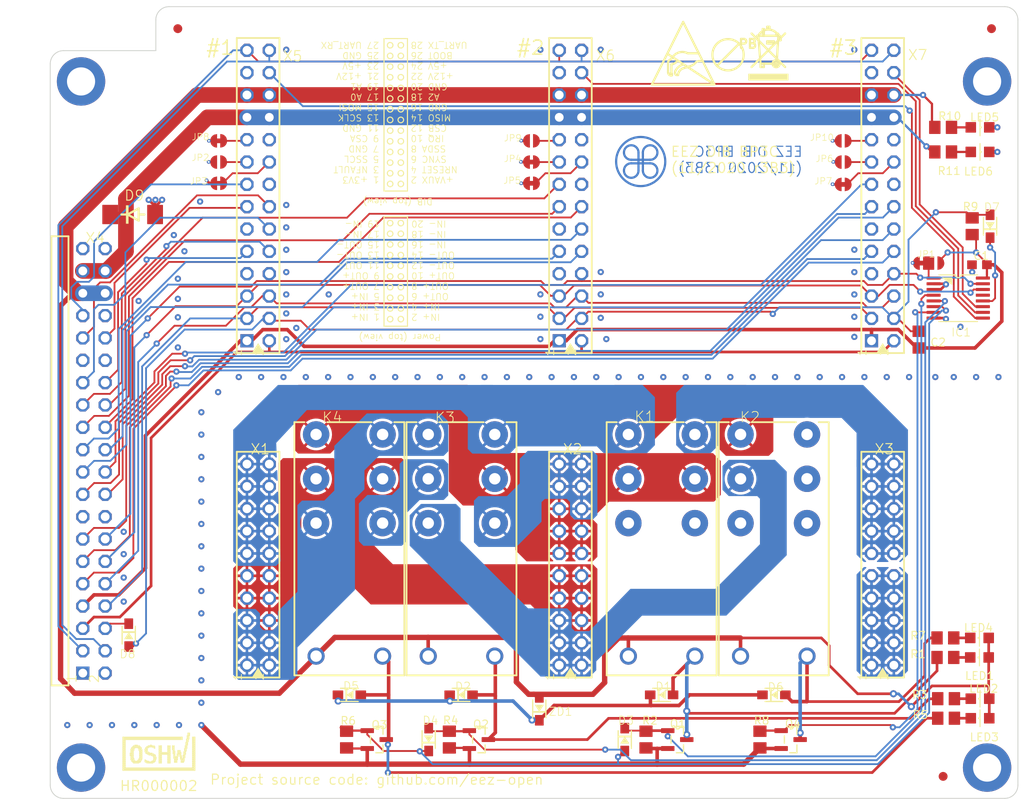
<source format=kicad_pcb>
(kicad_pcb (version 20211014) (generator pcbnew)
  (layers (0 "F.Cu" signal) (1 "In1.Cu" power) (2 "In2.Cu" mixed) (31 "B.Cu" signal) (34 "B.Paste" user) (35 "F.Paste" user) (36 "B.SilkS" user "B.Silkscreen") (37 "F.SilkS" user "F.Silkscreen") (38 "B.Mask" user) (39 "F.Mask" user) (44 "Edge.Cuts" user))
  (net 0 "")
  (net 1 "HOLE_MCU2")
  (net 2 "HOLE_MCU4")
  (net 3 "HOLE_MCU1")
  (net 4 "HOLE_MCU3")
  (net 5 "CH2_OUT-")
  (net 6 "CH2_OUT+")
  (net 7 "CH3-")
  (net 8 "N$101")
  (net 9 "N$102")
  (net 10 "CH1_OUT+")
  (net 11 "CH1_OUT-")
  (net 12 "CH1_IN+")
  (net 13 "GND")
  (net 14 "+5V")
  (net 15 "N$7")
  (net 16 "N$8")
  (net 17 "CH2_IN-")
  (net 18 "CH2_IN+")
  (net 19 "CH3+")
  (net 20 "+12V")
  (net 21 "N$3")
  (net 22 "N$4")
  (net 23 "+3V3")
  (net 24 "~{FAULT}")
  (net 25 "I2C1_SDA")
  (net 26 "I2C1_SCL")
  (net 27 "OUT_SER")
  (net 28 "~{RESET}")
  (net 29 "+VAUX")
  (net 30 "OUT_PAR")
  (net 31 "OE_SYNC")
  (net 32 "SPI5_CLK")
  (net 33 "SPI5_IRQ")
  (net 34 "SPI5_CSA")
  (net 35 "SPI5_CSB")
  (net 36 "SPI5_MISO")
  (net 37 "SPI5_MOSI")
  (net 38 "SPI4_MOSI")
  (net 39 "SPI4_MISO")
  (net 40 "SPI4_CLK")
  (net 41 "SPI4_CSB")
  (net 42 "SPI4_IRQ")
  (net 43 "SPI4_CSA")
  (net 44 "SPI2_MOSI")
  (net 45 "SPI2_MISO")
  (net 46 "SPI2_CLK")
  (net 47 "SPI2_IRQ")
  (net 48 "SPI2_CSB")
  (net 49 "SPI2_CSA")
  (net 50 "SER_PAR")
  (net 51 "N$17")
  (net 52 "OUT_CGND")
  (net 53 "N$19")
  (net 54 "N$20")
  (net 55 "N$22")
  (net 56 "OUT_SRA")
  (net 57 "N$2")
  (net 58 "N$5")
  (net 59 "N$6")
  (net 60 "N$9")
  (net 61 "N$10")
  (net 62 "N$11")
  (net 63 "UART_RX")
  (net 64 "UART_TX")
  (net 65 "BOOT1")
  (net 66 "BOOT2")
  (net 67 "N$12")
  (net 68 "N$13")
  (net 69 "N$14")
  (net 70 "BOOT3")
  (net 71 "N$15")
  (net 72 "PROG_RST")
  (net 73 "~{MRESET}")
  (net 74 "SPI5_CSC")
  (net 75 "SPI4_CSC")
  (net 76 "N$16")
  (footprint "EEZ_DIB_BP3C_r3B3:SOD323-R" (layer "F.Cu") (at 102.4216 131.4451 -90)
    (fp_text reference "D8")
    (fp_text value "BAS316")
  )
  (footprint "EEZ_DIB_BP3C_r3B3:JP3-CUT" (layer "F.Cu") (at 193.3536 89.1541)
    (fp_text reference "JP1")
    (fp_text value "JP3-CUT" hide)
  )
  (footprint "EEZ_DIB_BP3C_r3B3:TSW-114-07-F-D" (layer "F.Cu") (at 186.8611 64.9636 -90)
    (fp_text reference "X7")
    (fp_text value "DS1023-2*14S21")
  )
  (footprint "EEZ_DIB_BP3C_r3B3:R0805" (layer "F.Cu") (at 198.3066 84.9631 90)
    (fp_text reference "R9")
    (fp_text value "10K")
  )
  (footprint "EEZ_DIB_BP3C_r3B3:LED_0805" (layer "F.Cu") (at 199.1956 73.7236 -90)
    (fp_text reference "LED5")
    (fp_text value "N.C.")
  )
  (footprint "EEZ_DIB_BP3C_r3B3:JP2-NOCUT" (layer "F.Cu") (at 183.6381 80.2086 180)
    (fp_text reference "JP7")
    (fp_text value "JP2-NOCUT" hide)
  )
  (footprint "EEZ_DIB_BP3C_r3B3:SOD323-R" (layer "F.Cu") (at 163.0006 138.2396)
    (fp_text reference "D1")
    (fp_text value "BAS316")
  )
  (footprint "EEZ_DIB_BP3C_r3B3:SOD323-R" (layer "F.Cu") (at 127.5041 138.2396)
    (fp_text reference "D5")
    (fp_text value "BAS316")
  )
  (footprint "EEZ_DIB_BP3C_r3B3:JP2-NOCUT" (layer "F.Cu") (at 148.2051 77.6686)
    (fp_text reference "JP4")
    (fp_text value "JP2-NOCUT" hide)
  )
  (footprint "EEZ_DIB_BP3C_r3B3:ZL212-40KG" (layer "F.Cu") (at 97.2011 87.5036 -90)
    (fp_text reference "X4")
    (fp_text value "DS1022-2*20RF11")
  )
  (footprint "EEZ_DIB_BP3C_r3B3:R0805" (layer "F.Cu") (at 174.1766 143.3196 90)
    (fp_text reference "R8")
    (fp_text value "100K")
  )
  (footprint "EEZ_DIB_BP3C_r3B3:JP2-NOCUT" (layer "F.Cu") (at 112.6451 75.2556)
    (fp_text reference "JP8")
    (fp_text value "JP2-NOCUT" hide)
  )
  (footprint "EEZ_DIB_BP3C_r3B3:PW(R-PDSO-G16)" (layer "F.Cu") (at 196.7191 93.1546)
    (fp_text reference "IC1")
    (fp_text value "TCA9534PWR")
  )
  (footprint "EEZ_DIB_BP3C_r3B3:DS1021-2*10SF11" (layer "F.Cu") (at 151.3611 112.0036 -90)
    (fp_text reference "X2")
    (fp_text value "ZL202-20G")
  )
  (footprint "EEZ_DIB_BP3C_r3B3:JP2-CUT" (layer "F.Cu") (at 183.6381 75.2556)
    (fp_text reference "JP10")
    (fp_text value "JP2-CUT" hide)
  )
  (footprint "EEZ_DIB_BP3C_r3B3:FIDUCIAL" (layer "F.Cu") (at 200.5011 62.5036)
    (fp_text reference "FM1" hide)
    (fp_text value "FIDUCIAL" hide)
  )
  (footprint "EEZ_DIB_BP3C_r3B3:C0603" (layer "F.Cu") (at 199.1321 89.3446 180)
    (fp_text reference "C1")
    (fp_text value "100n")
  )
  (footprint "EEZ_DIB_BP3C_r3B3:SOD323-R" (layer "F.Cu") (at 140.2041 138.2396)
    (fp_text reference "D2")
    (fp_text value "BAS316")
  )
  (footprint "EEZ_DIB_BP3C_r3B3:LED_0805" (layer "F.Cu") (at 199.1956 140.8939 90)
    (fp_text reference "LED3")
    (fp_text value "N.C.")
  )
  (footprint "EEZ_DIB_BP3C_r3B3:SOD323-R" (layer "F.Cu") (at 175.7641 138.2396)
    (fp_text reference "D6")
    (fp_text value "BAS316")
  )
  (footprint "EEZ_DIB_BP3C_r3B3:R0805" (layer "F.Cu") (at 195.2586 131.7626 180)
    (fp_text reference "R7")
    (fp_text value "N.C.")
  )
  (footprint "EEZ_DIB_BP3C_r3B3:JP2-CUT" (layer "F.Cu") (at 183.6381 77.6686)
    (fp_text reference "JP6")
    (fp_text value "JP2-CUT" hide)
  )
  (footprint "EEZ_DIB_BP3C_r3B3:RT-C_016A5_ROUND" (layer "F.Cu") (at 127.5011 122.5036 90)
    (fp_text reference "K4")
    (fp_text value "RT424005")
  )
  (footprint "EEZ_DIB_BP3C_r3B3:SOD323-R" (layer "F.Cu") (at 200.3386 84.9631 90)
    (fp_text reference "D7")
    (fp_text value "BAS316")
  )
  (footprint "EEZ_DIB_BP3C_r3B3:SOT103P240X110-3N" (layer "F.Cu") (at 142.2234 143.3196)
    (fp_text reference "Q2")
    (fp_text value "2N7002")
  )
  (footprint "EEZ_DIB_BP3C_r3B3:LED_0805" (layer "F.Cu") (at 199.1321 131.7626 90)
    (fp_text reference "LED4")
    (fp_text value "N.C.")
  )
  (footprint "EEZ_DIB_BP3C_r3B3:R0805" (layer "F.Cu") (at 195.3348 140.8939 180)
    (fp_text reference "R5")
    (fp_text value "N.C.")
  )
  (footprint "EEZ_DIB_BP3C_r3B3:R0805" (layer "F.Cu") (at 195.3348 138.6714 180)
    (fp_text reference "R3")
    (fp_text value "N.C.")
  )
  (footprint "EEZ_DIB_BP3C_r3B3:JP2-NOCUT" (layer "F.Cu") (at 148.2051 80.0816 180)
    (fp_text reference "JP5")
    (fp_text value "JP2-NOCUT" hide)
  )
  (footprint "EEZ_DIB_BP3C_r3B3:LED_0805" (layer "F.Cu") (at 199.1956 138.6714 90)
    (fp_text reference "LED2")
    (fp_text value "N.C.")
  )
  (footprint "EEZ_DIB_BP3C_r3B3:SOT103P240X110-3N" (layer "F.Cu") (at 164.7786 143.3196)
    (fp_text reference "Q1")
    (fp_text value "2N7002")
  )
  (footprint "EEZ_DIB_BP3C_r3B3:JP2-CUT" (layer "F.Cu") (at 148.2051 75.2556)
    (fp_text reference "JP9")
    (fp_text value "JP2-CUT" hide)
  )
  (footprint "EEZ_DIB_BP3C_r3B3:PB_SMALL" (layer "F.Cu") (at 170.5526 65.4696 180)
    (fp_text reference "U$5" hide)
    (fp_text value "" hide)
  )
  (footprint "EEZ_DIB_BP3C_r3B3:SOT103P240X110-3N" (layer "F.Cu") (at 177.6691 143.3196)
    (fp_text reference "Q4")
    (fp_text value "2N7002")
  )
  (footprint "EEZ_DIB_BP3C_r3B3:SOD323-R" (layer "F.Cu") (at 136.5211 143.3196 90)
    (fp_text reference "D4")
    (fp_text value "N.C.")
  )
  (footprint "EEZ_DIB_BP3C_r3B3:JP2-CUT" (layer "F.Cu") (at 112.6451 77.6686)
    (fp_text reference "JP2")
    (fp_text value "JP2-CUT" hide)
  )
  (footprint "EEZ_DIB_BP3C_r3B3:DS1021-2*10SF11" (layer "F.Cu") (at 115.8611 112.0036 -90)
    (fp_text reference "X1")
    (fp_text value "ZL202-20G")
  )
  (footprint "EEZ_DIB_BP3C_r3B3:SOT103P240X110-3N" (layer "F.Cu") (at 130.6156 143.3196)
    (fp_text reference "Q3")
    (fp_text value "2N7002")
  )
  (footprint "EEZ_DIB_BP3C_r3B3:R0805" (layer "F.Cu") (at 161.2226 143.3196 90)
    (fp_text reference "R2")
    (fp_text value "100K")
  )
  (footprint "EEZ_DIB_BP3C_r3B3:SOD323-R" (layer "F.Cu") (at 149.0941 139.8271 90)
    (fp_text reference "ZD1")
    (fp_text value "MM3Z18VT1G")
  )
  (footprint "EEZ_DIB_BP3C_r3B3:JP2-NOCUT" (layer "F.Cu") (at 112.6451 80.0816 180)
    (fp_text reference "JP3")
    (fp_text value "JP2-NOCUT" hide)
  )
  (footprint "EEZ_DIB_BP3C_r3B3:LED_0805" (layer "F.Cu") (at 199.1321 133.9851 90)
    (fp_text reference "LED1")
    (fp_text value "N.C.")
  )
  (footprint "EEZ_DIB_BP3C_r3B3:C0805" (layer "F.Cu") (at 192.2741 97.8536 -90)
    (fp_text reference "C2")
    (fp_text value "1n")
  )
  (footprint "EEZ_DIB_BP3C_r3B3:RT-C_016A5_ROUND" (layer "F.Cu") (at 140.2511 122.5036 90)
    (fp_text reference "K3")
    (fp_text value "RT424005")
  )
  (footprint "EEZ_DIB_BP3C_r3B3:TSW-114-07-F-D" (layer "F.Cu") (at 151.3611 64.9636 -90)
    (fp_text reference "X6")
    (fp_text value "DS1023-2*14S21")
  )
  (footprint "EEZ_DIB_BP3C_r3B3:R0805" (layer "F.Cu") (at 127.1866 143.3196 90)
    (fp_text reference "R6")
    (fp_text value "100K")
  )
  (footprint "EEZ_DIB_BP3C_r3B3:R0805" (layer "F.Cu") (at 195.2586 133.9851 180)
    (fp_text reference "R1")
    (fp_text value "N.C.")
  )
  (footprint "EEZ_DIB_BP3C_r3B3:FIDUCIAL" (layer "F.Cu") (at 108.0011 62.5036)
    (fp_text reference "FM2" hide)
    (fp_text value "FIDUCIAL" hide)
  )
  (footprint "EEZ_DIB_BP3C_r3B3:ESD_SYMBOL" (layer "F.Cu") (at 161.8901 68.8551)
    (fp_text reference "U$4" hide)
    (fp_text value "" hide)
  )
  (footprint "EEZ_DIB_BP3C_r3B3:SIGNATURE_5MM" (layer "F.Cu") (at 160.6204 77.6098 180)
    (fp_text reference "EEZ_SIGNATURE0" hide)
    (fp_text value "SIGNATURESMALL" hide)
  )
  (footprint "EEZ_DIB_BP3C_r3B3:LED_0805" (layer "F.Cu") (at 199.1956 76.5176 -90)
    (fp_text reference "LED6")
    (fp_text value "N.C.")
  )
  (footprint "EEZ_DIB_BP3C_r3B3:CERT-SMALL-SILK" (layer "F.Cu") (at 105.8506 146.8756)
    (fp_text reference "LABEL1" hide)
    (fp_text value "HR000002")
  )
  (footprint "EEZ_DIB_BP3C_r3B3:TSW-114-07-F-D" (layer "F.Cu") (at 115.8611 64.9636 -90)
    (fp_text reference "X5")
    (fp_text value "DS1023-2*14S21")
  )
  (footprint "EEZ_DIB_BP3C_r3B3:RT-C_016A5_ROUND" (layer "F.Cu") (at 175.7511 122.5036 90)
    (fp_text reference "K2")
    (fp_text value "RT424005")
  )
  (footprint "EEZ_DIB_BP3C_r3B3:RT-C_016A5_ROUND" (layer "F.Cu") (at 163.0011 122.5036 90)
    (fp_text reference "K1")
    (fp_text value "RT424005")
  )
  (footprint "EEZ_DIB_BP3C_r3B3:RECYCLE_BIN1_8" (layer "F.Cu") (at 172.8476 68.3886)
    (fp_text reference "U$2" hide)
    (fp_text value "" hide)
  )
  (footprint "EEZ_DIB_BP3C_r3B3:R0805" (layer "F.Cu") (at 195.0046 76.5176)
    (fp_text reference "R11")
    (fp_text value "N.C.")
  )
  (footprint "EEZ_DIB_BP3C_r3B3:DO214AA" (layer "F.Cu") (at 102.8661 83.6296)
    (fp_text reference "D9")
    (fp_text value "N.C.")
  )
  (footprint "EEZ_DIB_BP3C_r3B3:R0805" (layer "F.Cu") (at 138.8706 143.3196 90)
    (fp_text reference "R4")
    (fp_text value "100K")
  )
  (footprint "EEZ_DIB_BP3C_r3B3:DS1021-2*10SF11" (layer "F.Cu") (at 186.8611 112.0036 -90)
    (fp_text reference "X3")
    (fp_text value "ZL202-20G")
  )
  (footprint "EEZ_DIB_BP3C_r3B3:SOD323-R" (layer "F.Cu") (at 158.8096 143.3196 -90)
    (fp_text reference "D3")
    (fp_text value "N.C.")
  )
  (footprint "EEZ_DIB_BP3C_r3B3:FIDUCIAL" (layer "F.Cu") (at 195.0011 147.5036)
    (fp_text reference "FM3" hide)
    (fp_text value "FIDUCIAL" hide)
  )
  (footprint "EEZ_DIB_BP3C_r3B3:R0805" (layer "F.Cu") (at 195.0046 73.7236)
    (fp_text reference "R10")
    (fp_text value "N.C.")
  )
  (gr_circle (center 133.35245 77.73045) (end 133.66995 77.73045) (layer "F.SilkS") (width 0.127) (fill none))
  (gr_circle (center 132.1396 88.24605) (end 132.4571 88.24605) (layer "F.SilkS") (width 0.127) (fill none))
  (gr_circle (center 132.1396 84.6075) (end 132.4571 84.6075) (layer "F.SilkS") (width 0.127) (fill none))
  (gr_circle (center 133.35245 87.0332) (end 133.66995 87.0332) (layer "F.SilkS") (width 0.127) (fill none))
  (gr_circle (center 133.35245 70.45335) (end 133.66995 70.45335) (layer "F.SilkS") (width 0.127) (fill none))
  (gr_circle (center 132.1396 85.82035) (end 132.4571 85.82035) (layer "F.SilkS") (width 0.127) (fill none))
  (gr_circle (center 132.1396 75.30475) (end 132.4571 75.30475) (layer "F.SilkS") (width 0.127) (fill none))
  (gr_circle (center 132.1396 64.3891) (end 132.4571 64.3891) (layer "F.SilkS") (width 0.127) (fill none))
  (gr_circle (center 132.1396 94.3103) (end 132.4571 94.3103) (layer "F.SilkS") (width 0.127) (fill none))
  (gr_circle (center 132.1396 70.45335) (end 132.4571 70.45335) (layer "F.SilkS") (width 0.127) (fill none))
  (gr_circle (center 132.1396 74.0919) (end 132.4571 74.0919) (layer "F.SilkS") (width 0.127) (fill none))
  (gr_circle (center 132.1396 80.15615) (end 132.4571 80.15615) (layer "F.SilkS") (width 0.127) (fill none))
  (gr_circle (center 132.1396 66.8148) (end 132.4571 66.8148) (layer "F.SilkS") (width 0.127) (fill none))
  (gr_circle (center 132.1396 71.6662) (end 132.4571 71.6662) (layer "F.SilkS") (width 0.127) (fill none))
  (gr_circle (center 132.1396 69.2405) (end 132.4571 69.2405) (layer "F.SilkS") (width 0.127) (fill none))
  (gr_circle (center 132.1396 93.09745) (end 132.4571 93.09745) (layer "F.SilkS") (width 0.127) (fill none))
  (gr_circle (center 132.1396 87.0332) (end 132.4571 87.0332) (layer "F.SilkS") (width 0.127) (fill none))
  (gr_circle (center 132.1396 95.52315) (end 132.4571 95.52315) (layer "F.SilkS") (width 0.127) (fill none))
  (gr_line (start 134.1081 63.6271) (end 134.1081 80.9626) (layer "F.SilkS") (width 0.127))
  (gr_circle (center 132.1396 68.02765) (end 132.4571 68.02765) (layer "F.SilkS") (width 0.127) (fill none))
  (gr_circle (center 132.1396 76.5176) (end 132.4571 76.5176) (layer "F.SilkS") (width 0.127) (fill none))
  (gr_circle (center 133.35245 78.9433) (end 133.66995 78.9433) (layer "F.SilkS") (width 0.127) (fill none))
  (gr_circle (center 132.1396 90.67175) (end 132.4571 90.67175) (layer "F.SilkS") (width 0.127) (fill none))
  (gr_circle (center 133.35245 69.2405) (end 133.66995 69.2405) (layer "F.SilkS") (width 0.127) (fill none))
  (gr_circle (center 133.35245 68.02765) (end 133.66995 68.02765) (layer "F.SilkS") (width 0.127) (fill none))
  (gr_circle (center 133.35245 84.6075) (end 133.66995 84.6075) (layer "F.SilkS") (width 0.127) (fill none))
  (gr_circle (center 133.35245 66.8148) (end 133.66995 66.8148) (layer "F.SilkS") (width 0.127) (fill none))
  (gr_line (start 131.4411 80.9626) (end 134.1081 80.9626) (layer "F.SilkS") (width 0.127))
  (gr_circle (center 132.1396 65.60195) (end 132.4571 65.60195) (layer "F.SilkS") (width 0.127) (fill none))
  (gr_circle (center 133.35245 65.60195) (end 133.66995 65.60195) (layer "F.SilkS") (width 0.127) (fill none))
  (gr_circle (center 132.1396 78.9433) (end 132.4571 78.9433) (layer "F.SilkS") (width 0.127) (fill none))
  (gr_line (start 131.4411 83.8836) (end 134.1081 83.8836) (layer "F.SilkS") (width 0.127))
  (gr_circle (center 133.35245 88.24605) (end 133.66995 88.24605) (layer "F.SilkS") (width 0.127) (fill none))
  (gr_line (start 134.1081 83.8836) (end 134.1081 96.3296) (layer "F.SilkS") (width 0.127))
  (gr_circle (center 132.1396 77.73045) (end 132.4571 77.73045) (layer "F.SilkS") (width 0.127) (fill none))
  (gr_circle (center 133.35245 95.52315) (end 133.66995 95.52315) (layer "F.SilkS") (width 0.127) (fill none))
  (gr_circle (center 133.35245 80.15615) (end 133.66995 80.15615) (layer "F.SilkS") (width 0.127) (fill none))
  (gr_circle (center 133.35245 72.87905) (end 133.66995 72.87905) (layer "F.SilkS") (width 0.127) (fill none))
  (gr_line (start 131.4411 63.6271) (end 134.1081 63.6271) (layer "F.SilkS") (width 0.127))
  (gr_circle (center 133.35245 91.8846) (end 133.66995 91.8846) (layer "F.SilkS") (width 0.127) (fill none))
  (gr_circle (center 133.35245 89.4589) (end 133.66995 89.4589) (layer "F.SilkS") (width 0.127) (fill none))
  (gr_circle (center 132.1396 72.87905) (end 132.4571 72.87905) (layer "F.SilkS") (width 0.127) (fill none))
  (gr_circle (center 133.35245 71.6662) (end 133.66995 71.6662) (layer "F.SilkS") (width 0.127) (fill none))
  (gr_circle (center 133.35245 76.5176) (end 133.66995 76.5176) (layer "F.SilkS") (width 0.127) (fill none))
  (gr_circle (center 133.35245 74.0919) (end 133.66995 74.0919) (layer "F.SilkS") (width 0.127) (fill none))
  (gr_circle (center 133.35245 75.30475) (end 133.66995 75.30475) (layer "F.SilkS") (width 0.127) (fill none))
  (gr_circle (center 133.35245 94.3103) (end 133.66995 94.3103) (layer "F.SilkS") (width 0.127) (fill none))
  (gr_circle (center 133.35245 90.67175) (end 133.66995 90.67175) (layer "F.SilkS") (width 0.127) (fill none))
  (gr_circle (center 133.35245 93.09745) (end 133.66995 93.09745) (layer "F.SilkS") (width 0.127) (fill none))
  (gr_line (start 131.4411 83.8836) (end 131.4411 96.3296) (layer "F.SilkS") (width 0.127))
  (gr_circle (center 132.1396 89.4589) (end 132.4571 89.4589) (layer "F.SilkS") (width 0.127) (fill none))
  (gr_circle (center 132.1396 91.8846) (end 132.4571 91.8846) (layer "F.SilkS") (width 0.127) (fill none))
  (gr_circle (center 133.35245 64.3891) (end 133.66995 64.3891) (layer "F.SilkS") (width 0.127) (fill none))
  (gr_circle (center 133.35245 85.82035) (end 133.66995 85.82035) (layer "F.SilkS") (width 0.127) (fill none))
  (gr_line (start 131.4411 63.6271) (end 131.4411 80.9626) (layer "F.SilkS") (width 0.127))
  (gr_line (start 131.4411 96.3296) (end 134.1081 96.3296) (layer "F.SilkS") (width 0.127))
  (gr_arc (start 202.0011 60.0036) (mid 203.06176 60.44294) (end 203.5011 61.5036) (layer "Edge.Cuts") (width 0.1))
  (gr_line (start 203.5011 148.5036) (end 203.5011 61.5036) (layer "Edge.Cuts") (width 0.1))
  (gr_line (start 105.5011 61.5036) (end 105.5011 65.0036) (layer "Edge.Cuts") (width 0.1))
  (gr_arc (start 105.5011 61.5036) (mid 105.94044 60.44294) (end 107.0011 60.0036) (layer "Edge.Cuts") (width 0.1))
  (gr_line (start 202.0011 60.0036) (end 107.0011 60.0036) (layer "Edge.Cuts") (width 0.1))
  (gr_line (start 105.5011 65.0036) (end 95.0011 65.0036) (layer "Edge.Cuts") (width 0.1))
  (gr_line (start 95.0011 150.0036) (end 202.0011 150.0036) (layer "Edge.Cuts") (width 0.1))
  (gr_line (start 93.5011 66.5036) (end 93.5011 148.5036) (layer "Edge.Cuts") (width 0.1))
  (gr_arc (start 95.0011 150.0036) (mid 93.94044 149.56426) (end 93.5011 148.5036) (layer "Edge.Cuts") (width 0.1))
  (gr_arc (start 93.5011 66.5036) (mid 93.94044 65.44294) (end 95.0011 65.0036) (layer "Edge.Cuts") (width 0.1))
  (gr_arc (start 203.5011 148.5036) (mid 203.06176 149.56426) (end 202.0011 150.0036) (layer "Edge.Cuts") (width 0.1))
  (gr_text "EEZ DIB BP3C\n(11/2020 r3B3)" (at 179.0948 79.0049) (layer "B.Cu") (effects (font (size 1.143 1.143) (thickness 0.127)) (justify left bottom mirror)))
  (gr_text "Power (top view)" (at 137.9816 97.1551 180) (layer "F.SilkS") (effects (font (size 0.73152 0.73152) (thickness 0.08128)) (justify left bottom)))
  (gr_text "EEZ DIB BP3C\n(11/2020 r3B3)" (at 163.9773 79.0049) (layer "F.SilkS") (effects (font (size 1.143 1.143) (thickness 0.127)) (justify left bottom)))
  (gr_text "Project source code: github.com/eez-open" (at 111.5898 148.5374) (layer "F.SilkS") (effects (font (size 1.143 1.143) (thickness 0.127)) (justify left bottom)))
  (gr_text "+VAUX 2\nNRESET 4\nSYNC 6\nSSDA 8\nIRQ 10\nCSB 12\nMISO 14\nGND 16\nA2 18\nGND 20\n+12V 22\n+5V 24\nBOOT 26\nUART_TX 28" (at 134.4256 63.9446 180) (layer "F.SilkS") (effects (font (size 0.73152 0.73152) (thickness 0.08128)) (justify right bottom)))
  (gr_text "DIB (top view)" (at 137.0291 81.7246 180) (layer "F.SilkS") (effects (font (size 0.73152 0.73152) (thickness 0.08128)) (justify left bottom)))
  (gr_text "#1" (at 111.1211 65.6036) (layer "F.SilkS") (effects (font (size 1.6002 1.6002) (thickness 0.1778)) (justify left bottom)))
  (gr_text "1 +3V3\n3 NFAULT\n5 SSCL\n7 GND\n9 CSA\n11 GND\n13 SCLK\n15 MOSI\n17 A0\n19 A1\n21 +12V\n23 +5V\n25 GND\n27 UART_RX" (at 130.9331 63.9446 180) (layer "F.SilkS") (effects (font (size 0.73152 0.73152) (thickness 0.08128)) (justify left bottom)))
  (gr_text "#3" (at 181.9871 65.6036) (layer "F.SilkS") (effects (font (size 1.6002 1.6002) (thickness 0.1778)) (justify left bottom)))
  (gr_text "#2" (at 146.4271 65.6036) (layer "F.SilkS") (effects (font (size 1.6002 1.6002) (thickness 0.1778)) (justify left bottom)))
  (gr_text "1 IN+\n3 IN+\n5 IN+\n7 OUT+\n9 OUT+\n11 OUT-\n13 OUT-\n15 OUT-\n17 IN-\n19 IN-" (at 130.9966 84.2646 180) (layer "F.SilkS") (effects (font (size 0.73152 0.73152) (thickness 0.08128)) (justify left bottom)))
  (gr_text "IN+ 2\nIN+ 4\nOUT+ 6\nOUT+ 8\nOUT+ 10\nOUT- 12\nOUT- 14\nIN- 16\nIN- 18\nIN- 20" (at 134.4891 84.2646 180) (layer "F.SilkS") (effects (font (size 0.73152 0.73152) (thickness 0.08128)) (justify right bottom)))
  (via (at 97.0011 68.5036) (size 5.5) (drill 3.2) (layers "F.Cu" "B.Cu") (net 1))
  (via (at 200.0011 146.5036) (size 5.5) (drill 3.2) (layers "F.Cu" "B.Cu") (net 2))
  (via (at 200.0011 68.5036) (size 5.5) (drill 3.2) (layers "F.Cu" "B.Cu") (net 3))
  (via (at 97.0011 146.5036) (size 5.5) (drill 3.2) (layers "F.Cu" "B.Cu") (net 4))
  (segment (start 131.9671 143.2889) (end 131.9671 138.2396) (width 0.4064) (layer "F.Cu") (net 8))
  (segment (start 131.9671 138.2396) (end 131.9671 134.4816) (width 0.4064) (layer "F.Cu") (net 8))
  (segment (start 131.8856 143.8911) (end 131.8856 143.5101) (width 0.3048) (layer "F.Cu") (net 8))
  (segment (start 193.1123 140.8939) (end 186.9401 147.0661) (width 0.3048) (layer "F.Cu") (net 8))
  (segment (start 131.8856 143.5101) (end 131.6951 143.3196) (width 0.3048) (layer "F.Cu") (net 8))
  (segment (start 131.7258 143.2889) (end 131.6951 143.3196) (width 0.3048) (layer "F.Cu") (net 8))
  (segment (start 131.9671 143.2889) (end 131.7258 143.2889) (width 0.3048) (layer "F.Cu") (net 8))
  (segment (start 131.9671 134.4816) (end 131.2811 133.8336) (width 0.4064) (layer "F.Cu") (net 8))
  (segment (start 128.8041 138.2396) (end 131.9671 138.2396) (width 0.4064) (layer "F.Cu") (net 8))
  (segment (start 186.9401 147.0661) (end 131.8856 147.0661) (width 0.3048) (layer "F.Cu") (net 8))
  (segment (start 194.3848 140.8939) (end 193.1123 140.8939) (width 0.3048) (layer "F.Cu") (net 8))
  (via (at 131.8856 143.8911) (size 0.7064) (drill 0.3) (layers "F.Cu" "B.Cu") (net 8))
  (via (at 131.8856 147.0661) (size 0.7064) (drill 0.3) (layers "F.Cu" "B.Cu") (net 8))
  (segment (start 131.8856 147.0661) (end 131.8856 143.8911) (width 0.3048) (layer "B.Cu") (net 8))
  (segment (start 194.3721 138.6841) (end 194.3848 138.6714) (width 0.3048) (layer "F.Cu") (net 9))
  (segment (start 143.9686 138.2396) (end 144.0956 138.3666) (width 0.4064) (layer "F.Cu") (net 9))
  (segment (start 191.1946 140.9066) (end 156.9681 140.9066) (width 0.3048) (layer "F.Cu") (net 9))
  (segment (start 144.0956 142.5269) (end 144.0956 138.3666) (width 0.4064) (layer "F.Cu") (net 9))
  (segment (start 144.0956 138.3666) (end 144.0956 133.9101) (width 0.4064) (layer "F.Cu") (net 9))
  (segment (start 141.5041 138.2396) (end 143.9686 138.2396) (width 0.4064) (layer "F.Cu") (net 9))
  (segment (start 143.3029 143.3196) (end 144.0956 142.5269) (width 0.4064) (layer "F.Cu") (net 9))
  (segment (start 143.3029 143.3196) (end 154.5551 143.3196) (width 0.3048) (layer "F.Cu") (net 9))
  (segment (start 144.0956 133.9101) (end 144.0311 133.8336) (width 0.4064) (layer "F.Cu") (net 9))
  (segment (start 193.4171 138.6841) (end 191.1946 140.9066) (width 0.3048) (layer "F.Cu") (net 9))
  (segment (start 156.9681 140.9066) (end 154.5551 143.3196) (width 0.3048) (layer "F.Cu") (net 9))
  (segment (start 193.4171 138.6841) (end 194.3721 138.6841) (width 0.3048) (layer "F.Cu") (net 9))
  (segment (start 118.5506 111.8541) (end 118.4011 112.0036) (width 0.254) (layer "B.Cu") (net 11))
  (segment (start 129.5361 146.1136) (end 129.5361 144.3356) (width 0.4064) (layer "F.Cu") (net 13))
  (segment (start 127.2399 144.3356) (end 127.1866 144.2696) (width 0.254) (layer "F.Cu") (net 13))
  (segment (start 111.5456 75.2556) (end 111.54 75.25) (width 0.3) (layer "F.Cu") (net 13))
  (segment (start 141.0779 144.2696) (end 141.1439 144.3356) (width 0.254) (layer "F.Cu") (net 13))
  (segment (start 161.2886 144.3356) (end 161.2226 144.2696) (width 0.4064) (layer "F.Cu") (net 13))
  (segment (start 141.1566 146.1136) (end 162.4926 146.1136) (width 0.6096) (layer "F.Cu") (net 13))
  (segment (start 182.4586 80.2086) (end 182.44 80.19) (width 0.3) (layer "F.Cu") (net 13))
  (segment (start 129.5361 144.3356) (end 127.2399 144.3356) (width 0.254) (layer "F.Cu") (net 13))
  (segment (start 195.2226 95.4046) (end 195.3221 95.5041) (width 0.3) (layer "F.Cu") (net 13))
  (segment (start 183.0031 75.2556) (end 182.4356 75.2556) (width 0.3) (layer "F.Cu") (net 13))
  (segment (start 194.7346 92.1546) (end 195.3221 91.5671) (width 0.3) (layer "F.Cu") (net 13))
  (segment (start 112.0101 77.6686) (end 111.5286 77.6686) (width 0.3) (layer "F.Cu") (net 13))
  (segment (start 162.4926 146.1136) (end 172.3326 146.1136) (width 0.6096) (layer "F.Cu") (net 13))
  (segment (start 111.5286 77.6686) (end 111.51 77.65) (width 0.3) (layer "F.Cu") (net 13))
  (segment (start 191.5547 89.1541) (end 191.5306 89.13) (width 0.3) (layer "F.Cu") (net 13))
  (segment (start 176.5896 144.3356) (end 174.2426 144.3356) (width 0.4064) (layer "F.Cu") (net 13))
  (segment (start 141.1566 146.1136) (end 141.1566 144.3483) (width 0.4064) (layer "F.Cu") (net 13))
  (segment (start 193.9191 95.4046) (end 195.2226 95.4046) (width 0.3) (layer "F.Cu") (net 13))
  (segment (start 147.5701 75.2556) (end 147.0556 75.2556) (width 0.3) (layer "F.Cu") (net 13))
  (segment (start 174.2426 144.3356) (end 174.1766 144.2696) (width 0.4064) (layer "F.Cu") (net 13))
  (segment (start 105.4161 82.6922) (end 104.6898 81.9659) (width 0.3) (layer "F.Cu") (net 13))
  (segment (start 183.0031 80.2086) (end 182.4586 80.2086) (width 0.3) (layer "F.Cu") (net 13))
  (segment (start 112.2006 75.2556) (end 111.5456 75.2556) (width 0.3) (layer "F.Cu") (net 13))
  (segment (start 105.4161 83.6296) (end 105.4161 82.7636) (width 0.3) (layer "F.Cu") (net 13))
  (segment (start 129.5361 146.1136) (end 115.1216 146.1136) (width 0.6096) (layer "F.Cu") (net 13))
  (segment (start 182.5386 77.6686) (end 182.51 77.64) (width 0.3) (layer "F.Cu") (net 13))
  (segment (start 141.1566 146.1136) (end 129.5361 146.1136) (width 0.6096) (layer "F.Cu") (net 13))
  (segment (start 193.9191 91.5046) (end 195.2596 91.5046) (width 0.3) (layer "F.Cu") (net 13))
  (segment (start 112.0101 80.0816) (end 111.611 80.0816) (width 0.3) (layer "F.Cu") (net 13))
  (segment (start 105.4161 83.6296) (end 105.4161 82.0016) (width 0.3) (layer "F.Cu") (net 13))
  (segment (start 162.4926 146.1136) (end 162.4926 144.3356) (width 0.4064) (layer "F.Cu") (net 13))
  (segment (start 147.0556 75.2556) (end 147.03 75.23) (width 0.3) (layer "F.Cu") (net 13))
  (segment (start 141.1566 144.3483) (end 141.1439 144.3356) (width 0.4064) (layer "F.Cu") (net 13))
  (segment (start 182.4356 75.2556) (end 182.43 75.25) (width 0.3) (layer "F.Cu") (net 13))
  (segment (start 193.9191 92.1546) (end 194.7346 92.1546) (width 0.3) (layer "F.Cu") (net 13))
  (segment (start 138.8706 144.2696) (end 141.0779 144.2696) (width 0.254) (layer "F.Cu") (net 13))
  (segment (start 172.3326 146.1136) (end 174.1766 144.2696) (width 0.6096) (layer "F.Cu") (net 13))
  (segment (start 147.7606 77.6686) (end 147.0286 77.6686) (width 0.3) (layer "F.Cu") (net 13))
  (segment (start 147.0286 77.6686) (end 147 77.64) (width 0.3) (layer "F.Cu") (net 13))
  (segment (start 183.0031 77.6686) (end 182.5386 77.6686) (width 0.3) (layer "F.Cu") (net 13))
  (segment (start 105.4161 82.7636) (end 106.2138 81.9659) (width 0.3) (layer "F.Cu") (net 13))
  (segment (start 115.1216 146.1136) (end 110.6766 141.6686) (width 0.6096) (layer "F.Cu") (net 13))
  (segment (start 195.2596 91.5046) (end 195.3221 91.5671) (width 0.3) (layer "F.Cu") (net 13))
  (segment (start 163.6991 144.3356) (end 162.4926 144.3356) (width 0.4064) (layer "F.Cu") (net 13))
  (segment (start 147.5701 80.0816) (end 147.0316 80.0816) (width 0.3) (layer "F.Cu") (net 13))
  (segment (start 105.4161 83.6296) (end 105.4161 82.6922) (width 0.3) (layer "F.Cu") (net 13))
  (segment (start 162.4926 144.3356) (end 161.2886 144.3356) (width 0.4064) (layer "F.Cu") (net 13))
  (segment (start 147.0316 80.0816) (end 147.03 80.08) (width 0.3) (layer "F.Cu") (net 13))
  (segment (start 192.0836 89.1541) (end 191.5547 89.1541) (width 0.3) (layer "F.Cu") (net 13))
  (segment (start 105.4161 82.0016) (end 105.4518 81.9659) (width 0.3) (layer "F.Cu") (net 13))
  (segment (start 111.611 80.0816) (end 111.27 79.7406) (width 0.3) (layer "F.Cu") (net 13))
  (via (at 156.0791 90.1701) (size 0.7064) (drill 0.3) (layers "F.Cu" "B.Cu") (net 13))
  (via (at 186.0511 102.1081) (size 0.7064) (drill 0.3) (layers "F.Cu" "B.Cu") (net 13))
  (via (at 108.1366 141.6686) (size 0.7064) (drill 0.3) (layers "F.Cu" "B.Cu") (net 13))
  (via (at 125.0911 102.1081) (size 0.7064) (drill 0.3) (layers "F.Cu" "B.Cu") (net 13))
  (via (at 110.6766 139.1286) (size 0.7064) (drill 0.3) (layers "F.Cu" "B.Cu") (net 13))
  (via (at 112.5816 103.8226) (size 0.7064) (drill 0.3) (layers "F.Cu" "B.Cu") (net 13))
  (via (at 110.6766 106.1086) (size 0.7064) (drill 0.3) (layers "F.Cu" "B.Cu") (net 13))
  (via (at 111.51 77.65) (size 0.419) (drill 0.2) (layers "F.Cu" "B.Cu") (net 13))
  (via (at 121.4716 96.5281) (size 0.7064) (drill 0.3) (layers "F.Cu" "B.Cu") (net 13))
  (via (at 184.9081 90.1781) (size 0.7064) (drill 0.3) (layers "F.Cu" "B.Cu") (net 13))
  (via (at 111.54 75.25) (size 0.419) (drill 0.2) (layers "F.Cu" "B.Cu") (net 13))
  (via (at 108.7538 87.8079) (size 0.7064) (drill 0.3) (layers "F.Cu" "B.Cu") (net 13))
  (via (at 198.7511 102.1081) (size 0.7064) (drill 0.3) (layers "F.Cu" "B.Cu") (net 13))
  (via (at 156.0791 64.8971) (size 0.7064) (drill 0.3) (layers "F.Cu" "B.Cu") (net 13))
  (via (at 110.6766 134.0486) (size 0.7064) (drill 0.3) (layers "F.Cu" "B.Cu") (net 13))
  (via (at 173.3511 102.1081) (size 0.7064) (drill 0.3) (layers "F.Cu" "B.Cu") (net 13))
  (via (at 191.5306 89.13) (size 0.419) (drill 0.2) (layers "F.Cu" "B.Cu") (net 13))
  (via (at 107.5473 85.9664) (size 0.7064) (drill 0.3) (layers "F.Cu" "B.Cu") (net 13))
  (via (at 163.1911 102.1081) (size 0.7064) (drill 0.3) (layers "F.Cu" "B.Cu") (net 13))
  (via (at 194.1156 102.1081) (size 0.7064) (drill 0.3) (layers "F.Cu" "B.Cu") (net 13))
  (via (at 165.7311 102.1081) (size 0.7064) (drill 0.3) (layers "F.Cu" "B.Cu") (net 13))
  (via (at 105.4518 81.9659) (size 0.7064) (drill 0.3) (layers "F.Cu" "B.Cu") (net 13))
  (via (at 101.8501 127.6351) (size 0.7064) (drill 0.3) (layers "F.Cu" "B.Cu") (net 13))
  (via (at 201.1641 73.7236) (size 0.7064) (drill 0.3) (layers "F.Cu" "B.Cu") (net 13))
  (via (at 110.6766 111.1886) (size 0.7064) (drill 0.3) (layers "F.Cu" "B.Cu") (net 13))
  (via (at 108.0096 90.9321) (size 0.7064) (drill 0.3) (layers "F.Cu" "B.Cu") (net 13))
  (via (at 110.6766 131.5086) (size 0.7064) (drill 0.3) (layers "F.Cu" "B.Cu") (net 13))
  (via (at 149.2211 95.2501) (size 0.7064) (drill 0.3) (layers "F.Cu" "B.Cu") (net 13))
  (via (at 182.44 80.19) (size 0.419) (drill 0.2) (layers "F.Cu" "B.Cu") (net 13))
  (via (at 183.5111 102.1081) (size 0.7064) (drill 0.3) (layers "F.Cu" "B.Cu") (net 13))
  (via (at 120.3286 97.7981) (size 0.7064) (drill 0.3) (layers "F.Cu" "B.Cu") (net 13))
  (via (at 110.6766 116.2686) (size 0.7064) (drill 0.3) (layers "F.Cu" "B.Cu") (net 13))
  (via (at 149.2211 92.7101) (size 0.7064) (drill 0.3) (layers "F.Cu" "B.Cu") (net 13))
  (via (at 125.1546 92.7181) (size 0.7064) (drill 0.3) (layers "F.Cu" "B.Cu") (net 13))
  (via (at 195.3221 91.5671) (size 0.7064) (drill 0.3) (layers "F.Cu" "B.Cu") (net 13))
  (via (at 156.0791 92.7101) (size 0.7064) (drill 0.3) (layers "F.Cu" "B.Cu") (net 13))
  (via (at 122.5511 102.1081) (size 0.7064) (drill 0.3) (layers "F.Cu" "B.Cu") (net 13))
  (via (at 156.7141 97.7901) (size 0.7064) (drill 0.3) (layers "F.Cu" "B.Cu") (net 13))
  (via (at 188.5911 102.1081) (size 0.7064) (drill 0.3) (layers "F.Cu" "B.Cu") (net 13))
  (via (at 178.4311 102.1081) (size 0.7064) (drill 0.3) (layers "F.Cu" "B.Cu") (net 13))
  (via (at 147 77.64) (size 0.419) (drill 0.2) (layers "F.Cu" "B.Cu") (net 13))
  (via (at 135.2511 102.1081) (size 0.7064) (drill 0.3) (layers "F.Cu" "B.Cu") (net 13))
  (via (at 106.2138 81.9659) (size 0.7064) (drill 0.3) (layers "F.Cu" "B.Cu") (net 13))
  (via (at 120.3286 82.5501) (size 0.7064) (drill 0.3) (layers "F.Cu" "B.Cu") (net 13))
  (via (at 184.9081 87.6301) (size 0.7064) (drill 0.3) (layers "F.Cu" "B.Cu") (net 13))
  (via (at 110.6766 126.4286) (size 0.7064) (drill 0.3) (layers "F.Cu" "B.Cu") (net 13))
  (via (at 198.3066 90.1701) (size 0.7064) (drill 0.3) (layers "F.Cu" "B.Cu") (net 13))
  (via (at 110.6766 113.7286) (size 0.7064) (drill 0.3) (layers "F.Cu" "B.Cu") (net 13))
  (via (at 147.9511 102.1081) (size 0.7064) (drill 0.3) (layers "F.Cu" "B.Cu") (net 13))
  (via (at 175.8911 102.1081) (size 0.7064) (drill 0.3) (layers "F.Cu" "B.Cu") (net 13))
  (via (at 184.9081 92.7181) (size 0.7064) (drill 0.3) (layers "F.Cu" "B.Cu") (net 13))
  (via (at 97.9766 141.6686) (size 0.7064) (drill 0.3) (layers "F.Cu" "B.Cu") (net 13))
  (via (at 110.6766 123.8886) (size 0.7064) (drill 0.3) (layers "F.Cu" "B.Cu") (net 13))
  (via (at 155.5711 102.1081) (size 0.7064) (drill 0.3) (layers "F.Cu" "B.Cu") (net 13))
  (via (at 103.0566 141.6686) (size 0.7064) (drill 0.3) (layers "F.Cu" "B.Cu") (net 13))
  (via (at 110.5318 82.1564) (size 0.7064) (drill 0.3) (layers "F.Cu" "B.Cu") (net 13))
  (via (at 110.6766 121.3486) (size 0.7064) (drill 0.3) (layers "F.Cu" "B.Cu") (net 13))
  (via (at 201.1641 76.5176) (size 0.7064) (drill 0.3) (layers "F.Cu" "B.Cu") (net 13))
  (via (at 184.9081 97.5441) (size 0.7064) (drill 0.3) (layers "F.Cu" "B.Cu") (net 13))
  (via (at 120.0111 102.1081) (size 0.7064) (drill 0.3) (layers "F.Cu" "B.Cu") (net 13))
  (via (at 132.7111 102.1081) (size 0.7064) (drill 0.3) (layers "F.Cu" "B.Cu") (net 13))
  (via (at 180.9711 102.1081) (size 0.7064) (drill 0.3) (layers "F.Cu" "B.Cu") (net 13))
  (via (at 95.4366 141.6686) (size 0.7064) (drill 0.3) (layers "F.Cu" "B.Cu") (net 13))
  (via (at 184.9081 95.2581) (size 0.7064) (drill 0.3) (layers "F.Cu" "B.Cu") (net 13))
  (via (at 110.6766 108.6486) (size 0.7064) (drill 0.3) (layers "F.Cu" "B.Cu") (net 13))
  (via (at 110.6766 136.5886) (size 0.7064) (drill 0.3) (layers "F.Cu" "B.Cu") (net 13))
  (via (at 147.03 80.08) (size 0.419) (drill 0.2) (layers "F.Cu" "B.Cu") (net 13))
  (via (at 156.0791 95.3771) (size 0.7064) (drill 0.3) (layers "F.Cu" "B.Cu") (net 13))
  (via (at 108.0096 95.3136) (size 0.7064) (drill 0.3) (layers "F.Cu" "B.Cu") (net 13))
  (via (at 158.1111 102.1081) (size 0.7064) (drill 0.3) (layers "F.Cu" "B.Cu") (net 13))
  (via (at 153.0311 102.1081) (size 0.7064) (drill 0.3) (layers "F.Cu" "B.Cu") (net 13))
  (via (at 130.1711 102.1081) (size 0.7064) (drill 0.3) (layers "F.Cu" "B.Cu") (net 13))
  (via (at 149.2211 64.8971) (size 0.7064) (drill 0.3) (layers "F.Cu" "B.Cu") (net 13))
  (via (at 111.27 79.7406) (size 0.419) (drill 0.2) (layers "F.Cu" "B.Cu") (net 13))
  (via (at 120.3286 92.7181) (size 0.7064) (drill 0.3) (layers "F.Cu" "B.Cu") (net 13))
  (via (at 168.2711 102.1081) (size 0.7064) (drill 0.3) (layers "F.Cu" "B.Cu") (net 13))
  (via (at 110.6766 128.9686) (size 0.7064) (drill 0.3) (layers "F.Cu" "B.Cu") (net 13))
  (via (at 105.5966 141.6686) (size 0.7064) (drill 0.3) (layers "F.Cu" "B.Cu") (net 13))
  (via (at 145.4111 102.1081) (size 0.7064) (drill 0.3) (layers "F.Cu" "B.Cu") (net 13))
  (via (at 137.7911 102.1081) (size 0.7064) (drill 0.3) (layers "F.Cu" "B.Cu") (net 13))
  (via (at 191.1311 102.1081) (size 0.7064) (drill 0.3) (layers "F.Cu" "B.Cu") (net 13))
  (via (at 140.3311 102.1081) (size 0.7064) (drill 0.3) (layers "F.Cu" "B.Cu") (net 13))
  (via (at 110.6766 118.8086) (size 0.7064) (drill 0.3) (layers "F.Cu" "B.Cu") (net 13))
  (via (at 149.2211 97.7901) (size 0.7064) (drill 0.3) (layers "F.Cu" "B.Cu") (net 13))
  (via (at 196.2111 102.1081) (size 0.7064) (drill 0.3) (layers "F.Cu" "B.Cu") (net 13))
  (via (at 108.0096 98.7426) (size 0.7064) (drill 0.3) (layers "F.Cu" "B.Cu") (net 13))
  (via (at 103.5468 93.4594) (size 0.7064) (drill 0.3) (layers "F.Cu" "B.Cu") (net 13))
  (via (at 184.9081 64.8971) (size 0.7064) (drill 0.3) (layers "F.Cu" "B.Cu") (net 13))
  (via (at 150.4911 102.1081) (size 0.7064) (drill 0.3) (layers "F.Cu" "B.Cu") (net 13))
  (via (at 114.9311 102.1081) (size 0.7064) (drill 0.3) (layers "F.Cu" "B.Cu") (net 13))
  (via (at 108.0096 93.2181) (size 0.7064) (drill 0.3) (layers "F.Cu" "B.Cu") (net 13))
  (via (at 120.3286 90.1781) (size 0.7064) (drill 0.3) (layers "F.Cu" "B.Cu") (net 13))
  (via (at 120.3286 94.8771) (size 0.7064) (drill 0.3) (layers "F.Cu" "B.Cu") (net 13))
  (via (at 201.2911 102.1081) (size 0.7064) (drill 0.3) (layers "F.Cu" "B.Cu") (net 13))
  (via (at 142.8711 102.1081) (size 0.7064) (drill 0.3) (layers "F.Cu" "B.Cu") (net 13))
  (via (at 120.3286 85.0981) (size 0.7064) (drill 0.3) (layers "F.Cu" "B.Cu") (net 13))
  (via (at 120.3286 87.6381) (size 0.7064) (drill 0.3) (layers "F.Cu" "B.Cu") (net 13))
  (via (at 196.9731 96.3931) (size 0.7064) (drill 0.3) (layers "F.Cu" "B.Cu") (net 13))
  (via (at 117.4711 102.1081) (size 0.7064) (drill 0.3) (layers "F.Cu" "B.Cu") (net 13))
  (via (at 101.8501 124.9046) (size 0.7064) (drill 0.3) (layers "F.Cu" "B.Cu") (net 13))
  (via (at 170.8111 102.1081) (size 0.7064) (drill 0.3) (layers "F.Cu" "B.Cu") (net 13))
  (via (at 147.03 75.23) (size 0.419) (drill 0.2) (layers "F.Cu" "B.Cu") (net 13))
  (via (at 101.8501 122.2376) (size 0.7064) (drill 0.3) (layers "F.Cu" "B.Cu") (net 13))
  (via (at 182.43 75.25) (size 0.419) (drill 0.2) (layers "F.Cu" "B.Cu") (net 13))
  (via (at 110.6766 141.6686) (size 0.7064) (drill 0.3) (layers "F.Cu" "B.Cu") (net 13))
  (via (at 182.51 77.64) (size 0.419) (drill 0.2) (layers "F.Cu" "B.Cu") (net 13))
  (via (at 160.6511 102.1081) (size 0.7064) (drill 0.3) (layers "F.Cu" "B.Cu") (net 13))
  (via (at 104.6898 81.9659) (size 0.7064) (drill 0.3) (layers "F.Cu" "B.Cu") (net 13))
  (via (at 101.8501 119.6976) (size 0.7064) (drill 0.3) (layers "F.Cu" "B.Cu") (net 13))
  (via (at 195.3221 95.5041) (size 0.7064) (drill 0.3) (layers "F.Cu" "B.Cu") (net 13))
  (via (at 120.3286 64.8971) (size 0.7064) (drill 0.3) (layers "F.Cu" "B.Cu") (net 13))
  (via (at 100.5166 141.6686) (size 0.7064) (drill 0.3) (layers "F.Cu" "B.Cu") (net 13))
  (via (at 127.6311 102.1081) (size 0.7064) (drill 0.3) (layers "F.Cu" "B.Cu") (net 13))
  (segment (start 200.1821 138.6079) (end 200.2456 138.6714) (width 0.3048) (layer "F.Cu") (net 14))
  (segment (start 96.6436 92.5836) (end 95.2461 91.1861) (width 1.778) (layer "F.Cu") (net 14))
  (segment (start 96.0711 92.5836) (end 97.2011 92.5836) (width 0.6096) (layer "F.Cu") (net 14))
  (segment (start 147.8876 138.1761) (end 148.4591 138.1761) (width 0.6096) (layer "F.Cu") (net 14))
  (segment (start 200.1821 133.9851) (end 200.1821 137.2236) (width 0.3048) (layer "F.Cu") (net 14))
  (segment (start 171.9711 133.8336) (end 171.9711 131.7876) (width 0.4064) (layer "F.Cu") (net 14))
  (segment (start 159.2211 133.8336) (end 159.2211 131.8011) (width 0.4064) (layer "F.Cu") (net 14))
  (segment (start 148.4591 138.1761) (end 155.1901 138.1761) (width 0.6096) (layer "F.Cu") (net 14))
  (segment (start 94.6746 93.9801) (end 96.0711 92.5836) (width 0.6096) (layer "F.Cu") (net 14))
  (segment (start 185.2891 138.1126) (end 182.0506 134.8741) (width 0.3048) (layer "F.Cu") (net 14))
  (segment (start 153.9011 70.0436) (end 186.8611 70.0436) (width 1.778) (layer "F.Cu") (net 14))
  (segment (start 145.2841 131.7071) (end 136.4576 131.7071) (width 0.6096) (layer "F.Cu") (net 14))
  (segment (start 200.1821 137.2236) (end 193.7346 137.2236) (width 0.3048) (layer "F.Cu") (net 14))
  (segment (start 118.4011 70.0436) (end 151.3611 70.0436) (width 1.778) (layer "F.Cu") (net 14))
  (segment (start 193.7346 137.2236) (end 191.3851 139.5731) (width 0.3048) (layer "F.Cu") (net 14))
  (segment (start 119.5436 138.0491) (end 123.2831 134.3096) (width 0.6096) (layer "F.Cu") (net 14))
  (segment (start 193.7346 73.7236) (end 193.7346 71.0566) (width 0.254) (layer "F.Cu") (net 14))
  (segment (start 148.8101 138.5271) (end 148.4591 138.1761) (width 0.3048) (layer "F.Cu") (net 14))
  (segment (start 200.2456 140.8939) (end 200.2456 138.6714) (width 0.3048) (layer "F.Cu") (net 14))
  (segment (start 171.9711 131.7876) (end 171.9541 131.7706) (width 0.4064) (layer "F.Cu") (net 14))
  (segment (start 159.2211 131.8011) (end 159.1906 131.7706) (width 0.4064) (layer "F.Cu") (net 14))
  (segment (start 136.4711 133.8336) (end 136.4591 131.7086) (width 0.4064) (layer "F.Cu") (net 14))
  (segment (start 200.1821 133.9851) (end 200.1821 131.7626) (width 0.3048) (layer "F.Cu") (net 14))
  (segment (start 182.0506 132.6596) (end 182.0506 134.8741) (width 0.3048) (layer "F.Cu") (net 14))
  (segment (start 171.9541 131.7706) (end 181.1616 131.7706) (width 0.3048) (layer "F.Cu") (net 14))
  (segment (start 146.4906 136.7791) (end 147.8876 138.1761) (width 0.6096) (layer "F.Cu") (net 14))
  (segment (start 125.8476 131.7071) (end 123.7211 133.8336) (width 0.6096) (layer "F.Cu") (net 14))
  (segment (start 136.4576 131.7071) (end 125.8476 131.7071) (width 0.6096) (layer "F.Cu") (net 14))
  (segment (start 146.4906 136.7791) (end 146.4906 132.9136) (width 0.6096) (layer "F.Cu") (net 14))
  (segment (start 119.5436 138.0491) (end 96.2621 138.0491) (width 0.6096) (layer "F.Cu") (net 14))
  (segment (start 115.8611 70.0436) (end 110.2066 70.0436) (width 1.778) (layer "F.Cu") (net 14))
  (segment (start 96.2621 138.0491) (end 94.6746 136.3981) (width 0.6096) (layer "F.Cu") (net 14))
  (segment (start 159.1906 131.7706) (end 171.9541 131.7706) (width 0.6096) (layer "F.Cu") (net 14))
  (segment (start 158.1111 131.7706) (end 159.1906 131.7706) (width 0.6096) (layer "F.Cu") (net 14))
  (segment (start 123.2831 134.3096) (end 123.7211 133.8336) (width 0.6096) (layer "F.Cu") (net 14))
  (segment (start 193.7346 71.0566) (end 192.7186 70.0406) (width 0.254) (layer "F.Cu") (net 14))
  (segment (start 194.0521 73.7211) (end 194.0546 73.7236) (width 0.2032) (layer "F.Cu") (net 14))
  (segment (start 95.2461 91.1861) (end 95.2461 85.0041) (width 1.778) (layer "F.Cu") (net 14))
  (segment (start 156.5236 133.3581) (end 158.1111 131.7706) (width 0.6096) (layer "F.Cu") (net 14))
  (segment (start 153.9011 70.0436) (end 151.3611 70.0436) (width 1.778) (layer "F.Cu") (net 14))
  (segment (start 95.2461 85.0041) (end 110.2066 70.0436) (width 1.778) (layer "F.Cu") (net 14))
  (segment (start 94.6746 136.3981) (end 94.6746 93.9801) (width 0.6096) (layer "F.Cu") (net 14))
  (segment (start 136.4591 131.7086) (end 136.4576 131.7071) (width 0.4064) (layer "F.Cu") (net 14))
  (segment (start 118.4011 70.0436) (end 115.8611 70.0436) (width 1.778) (layer "F.Cu") (net 14))
  (segment (start 146.4906 132.9136) (end 145.2841 131.7071) (width 0.6096) (layer "F.Cu") (net 14))
  (segment (start 194.0546 73.7236) (end 193.7346 73.7236) (width 0.254) (layer "F.Cu") (net 14))
  (segment (start 181.1616 131.7706) (end 182.0506 132.6596) (width 0.3048) (layer "F.Cu") (net 14))
  (segment (start 156.5236 136.8426) (end 155.1901 138.1761) (width 0.6096) (layer "F.Cu") (net 14))
  (segment (start 97.2011 92.5836) (end 96.6436 92.5836) (width 1.778) (layer "F.Cu") (net 14))
  (segment (start 149.0941 138.5271) (end 148.8101 138.5271) (width 0.3048) (layer "F.Cu") (net 14))
  (segment (start 189.3531 138.1126) (end 185.2891 138.1126) (width 0.3048) (layer "F.Cu") (net 14))
  (segment (start 156.5236 136.8426) (end 156.5236 133.3581) (width 0.6096) (layer "F.Cu") (net 14))
  (segment (start 200.1821 137.2236) (end 200.1821 138.6079) (width 0.3048) (layer "F.Cu") (net 14))
  (segment (start 186.8611 70.0436) (end 189.4011 70.0436) (width 1.778) (layer "F.Cu") (net 14))
  (via (at 192.7186 70.0406) (size 0.7064) (drill 0.3) (layers "F.Cu" "B.Cu") (net 14))
  (via (at 189.3531 138.1126) (size 0.8064) (drill 0.4) (layers "F.Cu" "B.Cu") (net 14))
  (via (at 191.3851 139.5731) (size 0.8064) (drill 0.4) (layers "F.Cu" "B.Cu") (net 14))
  (segment (start 192.7156 70.0436) (end 192.7186 70.0406) (width 0.254) (layer "B.Cu") (net 14))
  (segment (start 189.9246 138.1126) (end 191.3851 139.5731) (width 0.3048) (layer "B.Cu") (net 14))
  (segment (start 99.7411 92.5836) (end 97.2011 92.5836) (width 1.778) (layer "B.Cu") (net 14))
  (segment (start 189.4011 70.0436) (end 192.7156 70.0436) (width 0.254) (layer "B.Cu") (net 14))
  (segment (start 189.3531 138.1126) (end 189.9246 138.1126) (width 0.3048) (layer "B.Cu") (net 14))
  (segment (start 198.1456 140.8939) (end 196.2848 140.8939) (width 0.3048) (layer "F.Cu") (net 15))
  (segment (start 198.1456 138.6714) (end 196.2848 138.6714) (width 0.3048) (layer "F.Cu") (net 16))
  (segment (start 99.7411 90.0436) (end 97.2011 90.0436) (width 1.778) (layer "F.Cu") (net 20))
  (segment (start 193.7346 76.5176) (end 193.0996 75.8826) (width 0.254) (layer "F.Cu") (net 20))
  (segment (start 194.0546 76.5176) (end 193.7346 76.5176) (width 0.254) (layer "F.Cu") (net 20))
  (segment (start 102.1041 81.8596) (end 102.1041 83.8201) (width 1.778) (layer "F.Cu") (net 20))
  (segment (start 102.1041 87.8206) (end 99.8811 90.0436) (width 1.778) (layer "F.Cu") (net 20))
  (segment (start 102.1041 81.8596) (end 111.3801 72.5836) (width 1.778) (layer "F.Cu") (net 20))
  (segment (start 100.3161 83.6296) (end 102.1041 83.6296) (width 0.6096) (layer "F.Cu") (net 20))
  (segment (start 102.1041 83.8201) (end 102.1041 87.8206) (width 1.778) (layer "F.Cu") (net 20))
  (segment (start 194.0521 76.5151) (end 194.0546 76.5176) (width 0.2032) (layer "F.Cu") (net 20))
  (segment (start 102.1041 83.6296) (end 102.1041 83.8201) (width 0.6096) (layer "F.Cu") (net 20))
  (segment (start 99.7411 90.0436) (end 99.8811 90.0436) (width 1.778) (layer "F.Cu") (net 20))
  (segment (start 115.8611 72.5836) (end 111.3801 72.5836) (width 1.778) (layer "F.Cu") (net 20))
  (via (at 193.0996 75.8826) (size 0.7064) (drill 0.3) (layers "F.Cu" "B.Cu") (net 20))
  (segment (start 189.8006 72.5836) (end 193.0996 75.8826) (width 0.254) (layer "B.Cu") (net 20))
  (segment (start 189.4011 72.5836) (end 189.8006 72.5836) (width 0.254) (layer "B.Cu") (net 20))
  (segment (start 153.9011 72.5836) (end 151.3611 72.5836) (width 1.778) (layer "B.Cu") (net 20))
  (segment (start 118.4011 72.5836) (end 151.3611 72.5836) (width 1.778) (layer "B.Cu") (net 20))
  (segment (start 186.8611 72.5836) (end 189.4011 72.5836) (width 1.778) (layer "B.Cu") (net 20))
  (segment (start 153.9011 72.5836) (end 186.8611 72.5836) (width 1.778) (layer "B.Cu") (net 20))
  (segment (start 118.4011 72.5836) (end 115.8611 72.5836) (width 1.778) (layer "B.Cu") (net 20))
  (segment (start 198.1456 73.7236) (end 195.9546 73.7236) (width 0.254) (layer "F.Cu") (net 21))
  (segment (start 198.1456 76.5176) (end 195.9546 76.5176) (width 0.254) (layer "F.Cu") (net 22))
  (segment (start 198.6266 98.8036) (end 201.6721 95.7581) (width 0.4064) (layer "F.Cu") (net 23))
  (segment (start 199.6401 89.1296) (end 199.9821 89.3446) (width 0.4064) (layer "F.Cu") (net 23))
  (segment (start 101.2786 126.8731) (end 104.3266 123.8251) (width 0.4064) (layer "F.Cu") (net 23))
  (segment (start 201.6721 95.7581) (end 201.6721 90.2336) (width 0.4064) (layer "F.Cu") (net 23))
  (segment (start 194.8141 89.1541) (end 194.8141 88.6461) (width 0.2032) (layer "F.Cu") (net 23))
  (segment (start 104.3266 123.8251) (end 104.3266 108.7756) (width 0.4064) (layer "F.Cu") (net 23))
  (segment (start 199.6401 88.8366) (end 198.7511 87.9476) (width 0.2032) (layer "F.Cu") (net 23))
  (segment (start 192.2741 98.8036) (end 198.6266 98.8036) (width 0.4064) (layer "F.Cu") (net 23))
  (segment (start 200.7831 89.3446) (end 201.6721 90.2336) (width 0.4064) (layer "F.Cu") (net 23))
  (segment (start 192.0176 98.8036) (end 189.9246 96.7106) (width 0.4064) (layer "F.Cu") (net 23))
  (segment (start 200.0211 89.3056) (end 199.9821 89.3446) (width 0.2032) (layer "F.Cu") (net 23))
  (segment (start 186.8611 97.9836) (end 186.8611 96.7261) (width 0.4064) (layer "F.Cu") (net 23))
  (segment (start 192.2741 98.8036) (end 192.0176 98.8036) (width 0.4064) (layer "F.Cu") (net 23))
  (segment (start 150.1736 98.6236) (end 122.3606 98.6236) (width 0.4064) (layer "F.Cu") (net 23))
  (segment (start 115.1186 97.9836) (end 115.8611 97.9836) (width 0.4064) (layer "F.Cu") (net 23))
  (segment (start 120.4556 96.7186) (end 117.6616 96.7186) (width 0.4064) (layer "F.Cu") (net 23))
  (segment (start 98.4716 126.8731) (end 101.2786 126.8731) (width 0.4064) (layer "F.Cu") (net 23))
  (segment (start 199.5191 90.8546) (end 199.9821 90.8546) (width 0.254) (layer "F.Cu") (net 23))
  (segment (start 186.8766 96.7106) (end 153.4201 96.7106) (width 0.4064) (layer "F.Cu") (net 23))
  (segment (start 153.4201 96.7106) (end 152.1471 97.9836) (width 0.4064) (layer "F.Cu") (net 23))
  (segment (start 194.8141 88.6461) (end 195.5126 87.9476) (width 0.2032) (layer "F.Cu") (net 23))
  (segment (start 150.8136 97.9836) (end 150.1736 98.6236) (width 0.4064) (layer "F.Cu") (net 23))
  (segment (start 151.3611 97.9836) (end 150.8136 97.9836) (width 0.4064) (layer "F.Cu") (net 23))
  (segment (start 122.3606 98.6236) (end 120.4556 96.7186) (width 0.4064) (layer "F.Cu") (net 23))
  (segment (start 97.2011 128.1436) (end 98.4716 126.8731) (width 0.4064) (layer "F.Cu") (net 23))
  (segment (start 189.9246 96.7106) (end 186.8766 96.7106) (width 0.4064) (layer "F.Cu") (net 23))
  (segment (start 198.7511 86.5481) (end 198.3066 85.9131) (width 0.2032) (layer "F.Cu") (net 23))
  (segment (start 198.7511 87.9476) (end 198.7511 86.5481) (width 0.2032) (layer "F.Cu") (net 23))
  (segment (start 199.6401 89.1296) (end 199.6401 88.8366) (width 0.2032) (layer "F.Cu") (net 23))
  (segment (start 117.6616 96.7186) (end 116.3966 97.9836) (width 0.4064) (layer "F.Cu") (net 23))
  (segment (start 115.8611 97.9836) (end 116.3966 97.9836) (width 0.4064) (layer "F.Cu") (net 23))
  (segment (start 199.9821 90.8546) (end 199.9821 89.3446) (width 0.254) (layer "F.Cu") (net 23))
  (segment (start 104.3266 108.7756) (end 115.1186 97.9836) (width 0.4064) (layer "F.Cu") (net 23))
  (segment (start 152.1471 97.9836) (end 151.3611 97.9836) (width 0.4064) (layer "F.Cu") (net 23))
  (segment (start 186.8611 96.7261) (end 186.8766 96.7106) (width 0.4064) (layer "F.Cu") (net 23))
  (segment (start 199.9821 89.3446) (end 200.7831 89.3446) (width 0.4064) (layer "F.Cu") (net 23))
  (via (at 195.5126 87.9476) (size 0.7064) (drill 0.3) (layers "F.Cu" "B.Cu") (net 23))
  (via (at 198.7511 87.9476) (size 0.7064) (drill 0.3) (layers "F.Cu" "B.Cu") (net 23))
  (segment (start 195.5126 87.9476) (end 198.7511 87.9476) (width 0.2032) (layer "B.Cu") (net 23))
  (segment (start 151.3611 95.4436) (end 151.8931 95.4436) (width 0.2032) (layer "F.Cu") (net 24))
  (segment (start 185.6701 94.2421) (end 186.8716 95.4436) (width 0.2032) (layer "F.Cu") (net 24))
  (segment (start 151.8931 95.4436) (end 153.0946 94.2421) (width 0.2032) (layer "F.Cu") (net 24))
  (segment (start 186.8611 95.4436) (end 186.8716 95.4436) (width 0.2032) (layer "F.Cu") (net 24))
  (segment (start 117.1261 94.1786) (end 150.0961 94.1786) (width 0.2032) (layer "F.Cu") (net 24))
  (segment (start 150.0961 94.1786) (end 151.3611 95.4436) (width 0.2032) (layer "F.Cu") (net 24))
  (segment (start 117.1261 94.1786) (end 115.8611 95.4436) (width 0.2032) (layer "F.Cu") (net 24))
  (segment (start 153.0946 94.2421) (end 185.6701 94.2421) (width 0.2032) (layer "F.Cu") (net 24))
  (segment (start 115.8611 95.4436) (end 109.4036 95.4436) (width 0.2032) (layer "B.Cu") (net 24))
  (segment (start 109.4036 95.4436) (end 108.9036 95.9436) (width 0.2032) (layer "B.Cu") (net 24))
  (segment (start 108.54935 96.29785) (end 103.9456 100.9016) (width 0.2032) (layer "B.Cu") (net 24))
  (segment (start 103.9456 124.2344) (end 103.9456 100.9016) (width 0.2032) (layer "B.Cu") (net 24))
  (segment (start 108.9036 95.9436) (end 108.54935 96.29785) (width 0.2032) (layer "B.Cu") (net 24))
  (segment (start 100.0364 128.1436) (end 103.9456 124.2344) (width 0.2032) (layer "B.Cu") (net 24))
  (segment (start 99.7411 128.1436) (end 100.0364 128.1436) (width 0.2032) (layer "B.Cu") (net 24))
  (segment (start 149.2846 91.1941) (end 118.3601 91.1941) (width 0.2032) (layer "F.Cu") (net 25))
  (segment (start 118.4011 91.1531) (end 118.3601 91.1941) (width 0.2032) (layer "F.Cu") (net 25))
  (segment (start 188.1141 91.6386) (end 186.4321 91.6386) (width 0.2032) (layer "F.Cu") (net 25))
  (segment (start 189.4011 90.3636) (end 191.9596 90.3636) (width 0.2032) (layer "F.Cu") (net 25))
  (segment (start 186.4321 91.6386) (end 185.9876 91.1941) (width 0.2032) (layer "F.Cu") (net 25))
  (segment (start 151.8246 91.6386) (end 149.7291 91.6386) (width 0.2032) (layer "F.Cu") (net 25))
  (segment (start 118.3601 91.1941) (end 116.9631 91.1941) (width 0.2032) (layer "F.Cu") (net 25))
  (segment (start 118.4011 91.1531) (end 118.4011 90.3636) (width 0.2032) (layer "F.Cu") (net 25))
  (segment (start 149.7291 91.6386) (end 149.2846 91.1941) (width 0.2032) (layer "F.Cu") (net 25))
  (segment (start 153.9201 91.1941) (end 152.2691 91.1941) (width 0.2032) (layer "F.Cu") (net 25))
  (segment (start 199.5181 91.5036) (end 199.5191 91.5046) (width 0.2032) (layer "F.Cu") (net 25))
  (segment (start 185.9876 91.1941) (end 153.9201 91.1941) (width 0.2032) (layer "F.Cu") (net 25))
  (segment (start 189.4011 90.3516) (end 188.1141 91.6386) (width 0.2032) (layer "F.Cu") (net 25))
  (segment (start 198.1161 91.5036) (end 199.5181 91.5036) (width 0.2032) (layer "F.Cu") (net 25))
  (segment (start 153.9011 91.1751) (end 153.9011 90.3636) (width 0.2032) (layer "F.Cu") (net 25))
  (segment (start 104.5806 95.4406) (end 108.1921 91.8291) (width 0.2032) (layer "F.Cu") (net 25))
  (segment (start 116.3281 91.8291) (end 108.1921 91.8291) (width 0.2032) (layer "F.Cu") (net 25))
  (segment (start 152.2691 91.1941) (end 151.8246 91.6386) (width 0.2032) (layer "F.Cu") (net 25))
  (segment (start 116.9631 91.1941) (end 116.3281 91.8291) (width 0.2032) (layer "F.Cu") (net 25))
  (segment (start 191.9596 90.3636) (end 192.4011 90.8051) (width 0.2032) (layer "F.Cu") (net 25))
  (segment (start 153.9011 91.1751) (end 153.9201 91.1941) (width 0.2032) (layer "F.Cu") (net 25))
  (via (at 198.1161 91.5036) (size 0.7064) (drill 0.3) (layers "F.Cu" "B.Cu") (net 25))
  (via (at 104.5806 95.4406) (size 0.7064) (drill 0.3) (layers "F.Cu" "B.Cu") (net 25))
  (via (at 192.4011 90.8051) (size 0.7064) (drill 0.3) (layers "F.Cu" "B.Cu") (net 25))
  (segment (start 102.6121 97.4091) (end 104.5806 95.4406) (width 0.2032) (layer "B.Cu") (net 25))
  (segment (start 102.6121 117.6526) (end 102.6121 97.4091) (width 0.2032) (layer "B.Cu") (net 25))
  (segment (start 192.4011 90.8051) (end 197.4176 90.8051) (width 0.2032) (layer "B.Cu") (net 25))
  (segment (start 197.4176 90.8051) (end 198.1161 91.5036) (width 0.2032) (layer "B.Cu") (net 25))
  (segment (start 197.8066 91.1941) (end 198.1161 91.5036) (width 0.2032) (layer "B.Cu") (net 25))
  (segment (start 99.7411 120.5236) (end 102.6121 117.6526) (width 0.2032) (layer "B.Cu") (net 25))
  (segment (start 153.0311 91.7021) (end 185.6596 91.7021) (width 0.2032) (layer "F.Cu") (net 26))
  (segment (start 198.4811 92.1546) (end 198.1161 92.5196) (width 0.2032) (layer "F.Cu") (net 26))
  (segment (start 186.8611 92.9036) (end 187.6356 92.9036) (width 0.2032) (layer "F.Cu") (net 26))
  (segment (start 151.3611 92.9036) (end 151.8296 92.9036) (width 0.2032) (layer "F.Cu") (net 26))
  (segment (start 187.6356 92.9036) (end 188.9086 91.6306) (width 0.2032) (layer "F.Cu") (net 26))
  (segment (start 150.3906 92.8716) (end 149.1576 91.6386) (width 0.2032) (layer "F.Cu") (net 26))
  (segment (start 107.7476 94.0516) (end 104.4536 97.3456) (width 0.2032) (layer "F.Cu") (net 26))
  (segment (start 115.8251 92.9036) (end 114.6771 94.0516) (width 0.2032) (layer "F.Cu") (net 26))
  (segment (start 185.6596 91.7021) (end 186.8611 92.9036) (width 0.2032) (layer "F.Cu") (net 26))
  (segment (start 191.6391 91.6306) (end 192.4011 92.3926) (width 0.2032) (layer "F.Cu") (net 26))
  (segment (start 117.1261 91.6386) (end 115.8611 92.9036) (width 0.2032) (layer "F.Cu") (net 26))
  (segment (start 149.1576 91.6386) (end 117.1261 91.6386) (width 0.2032) (layer "F.Cu") (net 26))
  (segment (start 150.3906 92.8716) (end 151.3291 92.8716) (width 0.2032) (layer "F.Cu") (net 26))
  (segment (start 188.9086 91.6306) (end 191.6391 91.6306) (width 0.2032) (layer "F.Cu") (net 26))
  (segment (start 114.6771 94.0516) (end 107.7476 94.0516) (width 0.2032) (layer "F.Cu") (net 26))
  (segment (start 199.5191 92.1546) (end 198.4811 92.1546) (width 0.2032) (layer "F.Cu") (net 26))
  (segment (start 151.8296 92.9036) (end 153.0311 91.7021) (width 0.2032) (layer "F.Cu") (net 26))
  (via (at 192.4011 92.3926) (size 0.7064) (drill 0.3) (layers "F.Cu" "B.Cu") (net 26))
  (via (at 198.1161 92.5196) (size 0.7064) (drill 0.3) (layers "F.Cu" "B.Cu") (net 26))
  (via (at 104.4536 97.3456) (size 0.7064) (drill 0.3) (layers "F.Cu" "B.Cu") (net 26))
  (segment (start 197.9891 92.3926) (end 198.1161 92.5196) (width 0.2032) (layer "B.Cu") (net 26))
  (segment (start 103.0566 119.7481) (end 103.0566 98.7426) (width 0.2032) (layer "B.Cu") (net 26))
  (segment (start 192.4011 92.3926) (end 197.9891 92.3926) (width 0.2032) (layer "B.Cu") (net 26))
  (segment (start 99.7411 123.0636) (end 103.0566 119.7481) (width 0.2032) (layer "B.Cu") (net 26))
  (segment (start 103.0566 98.7426) (end 104.4536 97.3456) (width 0.2032) (layer "B.Cu") (net 26))
  (segment (start 129.5361 142.7481) (end 131.4076 144.6196) (width 0.2032) (layer "F.Cu") (net 27))
  (segment (start 129.5361 142.3036) (end 127.2399 142.3036) (width 0.254) (layer "F.Cu") (net 27))
  (segment (start 135.5386 144.6196) (end 135.5051 144.6531) (width 0.2032) (layer "F.Cu") (net 27))
  (segment (start 194.8751 94.1046) (end 195.3221 94.5516) (width 0.2032) (layer "F.Cu") (net 27))
  (segment (start 136.5211 144.6196) (end 135.5386 144.6196) (width 0.2032) (layer "F.Cu") (net 27))
  (segment (start 127.2399 142.3036) (end 127.1866 142.3696) (width 0.254) (layer "F.Cu") (net 27))
  (segment (start 126.5191 141.9561) (end 126.6461 141.8291) (width 0.254) (layer "F.Cu") (net 27))
  (segment (start 193.9191 94.1046) (end 194.8751 94.1046) (width 0.2032) (layer "F.Cu") (net 27))
  (segment (start 131.4076 144.6196) (end 135.4716 144.6196) (width 0.2032) (layer "F.Cu") (net 27))
  (segment (start 158.7161 144.6196) (end 158.0476 145.2881) (width 0.2032) (layer "F.Cu") (net 27))
  (segment (start 126.6461 141.8291) (end 127.1866 142.3696) (width 0.254) (layer "F.Cu") (net 27))
  (segment (start 158.8096 144.6196) (end 158.7161 144.6196) (width 0.2032) (layer "F.Cu") (net 27))
  (segment (start 129.5361 142.3036) (end 129.5361 142.7481) (width 0.2032) (layer "F.Cu") (net 27))
  (segment (start 135.4716 144.6196) (end 135.5051 144.6531) (width 0.2032) (layer "F.Cu") (net 27))
  (via (at 158.0476 145.2881) (size 0.7064) (drill 0.3) (layers "F.Cu" "B.Cu") (net 27))
  (via (at 195.3221 94.5516) (size 0.7064) (drill 0.3) (layers "F.Cu" "B.Cu") (net 27))
  (via (at 135.5051 144.6531) (size 0.7064) (drill 0.3) (layers "F.Cu" "B.Cu") (net 27))
  (segment (start 193.4171 96.0121) (end 193.4171 140.2716) (width 0.2032) (layer "B.Cu") (net 27))
  (segment (start 136.9656 146.1136) (end 158.0476 146.1136) (width 0.2032) (layer "B.Cu") (net 27))
  (segment (start 187.5751 146.1136) (end 193.4171 140.2716) (width 0.2032) (layer "B.Cu") (net 27))
  (segment (start 194.8776 94.5516) (end 195.3221 94.5516) (width 0.2032) (layer "B.Cu") (net 27))
  (segment (start 135.5051 144.6531) (end 136.9656 146.1136) (width 0.2032) (layer "B.Cu") (net 27))
  (segment (start 158.0476 145.2881) (end 158.0476 146.1136) (width 0.2032) (layer "B.Cu") (net 27))
  (segment (start 193.4171 96.0121) (end 194.8776 94.5516) (width 0.2032) (layer "B.Cu") (net 27))
  (segment (start 158.0476 146.1136) (end 187.5751 146.1136) (width 0.2032) (layer "B.Cu") (net 27))
  (segment (start 198.3041 84.2011) (end 198.3066 84.0131) (width 0.2032) (layer "F.Cu") (net 28))
  (segment (start 175.3831 94.6786) (end 154.6661 94.6786) (width 0.2032) (layer "F.Cu") (net 28))
  (segment (start 189.4011 95.4436) (end 189.8641 95.4436) (width 0.2032) (layer "F.Cu") (net 28))
  (segment (start 198.6566 83.8536) (end 198.3066 84.0131) (width 0.2032) (layer "F.Cu") (net 28))
  (segment (start 118.7361 95.4436) (end 118.4011 95.4436) (width 0.2032) (layer "F.Cu") (net 28))
  (segment (start 121.9796 95.7026) (end 118.9951 95.7026) (width 0.2032) (layer "F.Cu") (net 28))
  (segment (start 175.3831 94.6786) (end 175.6371 94.9326) (width 0.2032) (layer "F.Cu") (net 28))
  (segment (start 118.7361 95.4436) (end 118.9951 95.7026) (width 0.2032) (layer "F.Cu") (net 28))
  (segment (start 191.3241 96.9036) (end 189.8641 95.4436) (width 0.2032) (layer "F.Cu") (net 28))
  (segment (start 152.1421 96.7186) (end 153.4171 95.4436) (width 0.2032) (layer "F.Cu") (net 28))
  (segment (start 198.6566 83.6631) (end 198.3066 84.0131) (width 0.2032) (layer "F.Cu") (net 28))
  (segment (start 192.2741 96.9036) (end 191.3241 96.9036) (width 0.2032) (layer "F.Cu") (net 28))
  (segment (start 197.6691 83.3756) (end 198.3066 84.0131) (width 0.2032) (layer "F.Cu") (net 28))
  (segment (start 102.4216 132.7451) (end 102.1976 132.7451) (width 0.2032) (layer "F.Cu") (net 28))
  (segment (start 154.6661 94.6786) (end 153.9011 95.4436) (width 0.2032) (layer "F.Cu") (net 28))
  (segment (start 153.4171 95.4436) (end 153.9011 95.4436) (width 0.2032) (layer "F.Cu") (net 28))
  (segment (start 200.3386 83.6631) (end 198.6566 83.6631) (width 0.2032) (layer "F.Cu") (net 28))
  (segment (start 102.8996 132.7451) (end 103.2471 132.3976) (width 0.2032) (layer "F.Cu") (net 28))
  (segment (start 102.4216 132.7451) (end 102.8996 132.7451) (width 0.2032) (layer "F.Cu") (net 28))
  (segment (start 194.1791 83.3756) (end 197.6691 83.3756) (width 0.2032) (layer "F.Cu") (net 28))
  (segment (start 122.9956 96.7186) (end 152.1421 96.7186) (width 0.2032) (layer "F.Cu") (net 28))
  (segment (start 122.9956 96.7186) (end 121.9796 95.7026) (width 0.2032) (layer "F.Cu") (net 28))
  (via (at 194.1791 83.3756) (size 0.7064) (drill 0.3) (layers "F.Cu" "B.Cu") (net 28))
  (via (at 103.2471 132.3976) (size 0.7064) (drill 0.3) (layers "F.Cu" "B.Cu") (net 28))
  (via (at 175.6371 94.9326) (size 0.7064) (drill 0.3) (layers "F.Cu" "B.Cu") (net 28))
  (segment (start 189.4011 95.4436) (end 189.4011 95.2021) (width 0.2032) (layer "B.Cu") (net 28))
  (segment (start 104.3901 101.0921) (end 104.3901 131.2546) (width 0.2032) (layer "B.Cu") (net 28))
  (segment (start 188.0831 94.1706) (end 176.3991 94.1706) (width 0.2032) (layer "B.Cu") (net 28))
  (segment (start 189.4011 95.4436) (end 189.3561 95.4436) (width 0.2032) (layer "B.Cu") (net 28))
  (segment (start 117.7221 95.4436) (end 116.4551 96.7106) (width 0.2032) (layer "B.Cu") (net 28))
  (segment (start 108.7716 96.7106) (end 104.3901 101.0921) (width 0.2032) (layer "B.Cu") (net 28))
  (segment (start 118.4011 95.4436) (end 117.7221 95.4436) (width 0.2032) (layer "B.Cu") (net 28))
  (segment (start 176.3991 94.1706) (end 175.6371 94.9326) (width 0.2032) (layer "B.Cu") (net 28))
  (segment (start 104.3901 131.2546) (end 103.2471 132.3976) (width 0.2032) (layer "B.Cu") (net 28))
  (segment (start 116.4551 96.7106) (end 108.7716 96.7106) (width 0.2032) (layer "B.Cu") (net 28))
  (segment (start 191.0676 86.4871) (end 194.1791 83.3756) (width 0.2032) (layer "B.Cu") (net 28))
  (segment (start 189.3561 95.4436) (end 188.0831 94.1706) (width 0.2032) (layer "B.Cu") (net 28))
  (segment (start 191.0676 93.5356) (end 191.0676 86.4871) (width 0.2032) (layer "B.Cu") (net 28))
  (segment (start 189.4011 95.2021) (end 191.0676 93.5356) (width 0.2032) (layer "B.Cu") (net 28))
  (segment (start 119.9476 99.2586) (end 153.9011 99.2586) (width 0.3048) (layer "F.Cu") (net 29))
  (segment (start 118.4871 99.2586) (end 119.9476 99.2586) (width 0.3048) (layer "F.Cu") (net 29))
  (segment (start 104.9616 125.8571) (end 104.9616 109.0296) (width 0.3048) (layer "F.Cu") (net 29))
  (segment (start 118.4011 99.1726) (end 118.4871 99.2586) (width 0.3048) (layer "F.Cu") (net 29))
  (segment (start 153.9011 99.2586) (end 188.1261 99.2586) (width 0.3048) (layer "F.Cu") (net 29))
  (segment (start 97.2011 130.6836) (end 97.2011 130.6614) (width 0.3048) (layer "F.Cu") (net 29))
  (segment (start 101.4132 129.3957) (end 103.9456 126.8633) (width 0.3048) (layer "F.Cu") (net 29))
  (segment (start 118.4011 97.9836) (end 118.4011 99.1726) (width 0.3048) (layer "F.Cu") (net 29))
  (segment (start 153.9011 97.9836) (end 153.9011 99.2586) (width 0.3048) (layer "F.Cu") (net 29))
  (segment (start 188.1261 99.2586) (end 189.4011 97.9836) (width 0.3048) (layer "F.Cu") (net 29))
  (segment (start 114.7326 99.2586) (end 118.4871 99.2586) (width 0.3048) (layer "F.Cu") (net 29))
  (segment (start 103.9456 126.8633) (end 103.9554 126.8633) (width 0.3048) (layer "F.Cu") (net 29))
  (segment (start 103.9554 126.8633) (end 104.9616 125.8571) (width 0.3048) (layer "F.Cu") (net 29))
  (segment (start 97.2011 130.6614) (end 98.4668 129.3957) (width 0.3048) (layer "F.Cu") (net 29))
  (segment (start 98.4668 129.3957) (end 101.4132 129.3957) (width 0.3048) (layer "F.Cu") (net 29))
  (segment (start 104.9616 109.0296) (end 114.7326 99.2586) (width 0.3048) (layer "F.Cu") (net 29))
  (segment (start 193.9191 93.4546) (end 195.1776 93.4546) (width 0.2032) (layer "F.Cu") (net 30))
  (segment (start 138.8706 142.3696) (end 141.0779 142.3696) (width 0.254) (layer "F.Cu") (net 30))
  (segment (start 141.1439 142.3036) (end 141.1439 142.7354) (width 0.2032) (layer "F.Cu") (net 30))
  (segment (start 138.8706 142.3696) (end 136.8711 142.3696) (width 0.2032) (layer "F.Cu") (net 30))
  (segment (start 142.8711 144.4626) (end 156.5871 144.4626) (width 0.2032) (layer "F.Cu") (net 30))
  (segment (start 141.1439 142.7354) (end 142.8711 144.4626) (width 0.2032) (layer "F.Cu") (net 30))
  (segment (start 136.8711 142.3696) (end 136.5211 142.0196) (width 0.2032) (layer "F.Cu") (net 30))
  (segment (start 195.1776 93.4546) (end 195.1951 93.4721) (width 0.2032) (layer "F.Cu") (net 30))
  (segment (start 141.0779 142.3696) (end 141.1439 142.3036) (width 0.254) (layer "F.Cu") (net 30))
  (via (at 195.1951 93.4721) (size 0.7064) (drill 0.3) (layers "F.Cu" "B.Cu") (net 30))
  (via (at 156.5871 144.4626) (size 0.7064) (drill 0.3) (layers "F.Cu" "B.Cu") (net 30))
  (segment (start 159.5081 145.6691) (end 187.4481 145.6691) (width 0.2032) (layer "B.Cu") (net 30))
  (segment (start 156.5871 144.4626) (end 158.3016 144.4626) (width 0.2032) (layer "B.Cu") (net 30))
  (segment (start 158.3016 144.4626) (end 159.5081 145.6691) (width 0.2032) (layer "B.Cu") (net 30))
  (segment (start 195.1951 93.6626) (end 195.1951 93.4721) (width 0.2032) (layer "B.Cu") (net 30))
  (segment (start 187.4481 145.6691) (end 192.9726 140.1446) (width 0.2032) (layer "B.Cu") (net 30))
  (segment (start 192.9726 95.8851) (end 192.9726 140.1446) (width 0.2032) (layer "B.Cu") (net 30))
  (segment (start 192.9726 95.8851) (end 195.1951 93.6626) (width 0.2032) (layer "B.Cu") (net 30))
  (segment (start 189.4011 92.8916) (end 188.1141 94.1786) (width 0.2032) (layer "F.Cu") (net 31))
  (segment (start 185.8606 93.6706) (end 154.6801 93.6706) (width 0.2032) (layer "F.Cu") (net 31))
  (segment (start 150.7959 94.1786) (end 150.3514 93.7341) (width 0.2032) (layer "F.Cu") (net 31))
  (segment (start 153.9011 92.8916) (end 153.4291 92.8916) (width 0.2032) (layer "F.Cu") (net 31))
  (segment (start 117.6031 92.9036) (end 118.4011 92.9036) (width 0.2032) (layer "F.Cu") (net 31))
  (segment (start 117.6031 92.9036) (end 116.3281 94.1786) (width 0.2032) (layer "F.Cu") (net 31))
  (segment (start 116.3281 94.1786) (end 115.5661 94.1786) (width 0.2032) (layer "F.Cu") (net 31))
  (segment (start 188.1141 94.1786) (end 186.3686 94.1786) (width 0.2032) (layer "F.Cu") (net 31))
  (segment (start 153.9011 92.8916) (end 154.6801 93.6706) (width 0.2032) (layer "F.Cu") (net 31))
  (segment (start 150.7959 94.1786) (end 152.1421 94.1786) (width 0.2032) (layer "F.Cu") (net 31))
  (segment (start 153.4291 92.8916) (end 152.1421 94.1786) (width 0.2032) (layer "F.Cu") (net 31))
  (segment (start 113.4706 96.2741) (end 107.6206 96.2741) (width 0.2032) (layer "F.Cu") (net 31))
  (segment (start 107.6206 96.2741) (end 105.5966 98.2981) (width 0.2032) (layer "F.Cu") (net 31))
  (segment (start 186.3686 94.1786) (end 185.8606 93.6706) (width 0.2032) (layer "F.Cu") (net 31))
  (segment (start 150.3514 93.7341) (end 119.2316 93.7341) (width 0.2032) (layer "F.Cu") (net 31))
  (segment (start 119.2316 93.7341) (end 118.4011 92.9036) (width 0.2032) (layer "F.Cu") (net 31))
  (segment (start 115.5661 94.1786) (end 113.4706 96.2741) (width 0.2032) (layer "F.Cu") (net 31))
  (via (at 105.5966 98.2981) (size 0.7064) (drill 0.3) (layers "F.Cu" "B.Cu") (net 31))
  (segment (start 99.7411 125.6036) (end 99.7541 125.6036) (width 0.2032) (layer "B.Cu") (net 31))
  (segment (start 103.5011 121.8566) (end 103.5011 100.3936) (width 0.2032) (layer "B.Cu") (net 31))
  (segment (start 99.7541 125.6036) (end 103.5011 121.8566) (width 0.2032) (layer "B.Cu") (net 31))
  (segment (start 103.5011 100.3936) (end 105.5966 98.2981) (width 0.2032) (layer "B.Cu") (net 31))
  (segment (start 98.489 114.1557) (end 100.3591 114.1557) (width 0.2032) (layer "F.Cu") (net 32))
  (segment (start 107.1841 100.2031) (end 105.7871 101.6001) (width 0.2032) (layer "F.Cu") (net 32))
  (segment (start 101.3243 113.1905) (end 101.3243 107.3104) (width 0.2032) (layer "F.Cu") (net 32))
  (segment (start 100.3591 114.1557) (end 101.3243 113.1905) (width 0.2032) (layer "F.Cu") (net 32))
  (segment (start 105.7871 101.6001) (end 105.7871 102.8476) (width 0.2032) (layer "F.Cu") (net 32))
  (segment (start 97.2011 115.4436) (end 98.489 114.1557) (width 0.2032) (layer "F.Cu") (net 32))
  (segment (start 105.7871 102.8476) (end 101.3243 107.3104) (width 0.2032) (layer "F.Cu") (net 32))
  (segment (start 109.4015 100.2031) (end 107.1841 100.2031) (width 0.2032) (layer "F.Cu") (net 32))
  (via (at 109.4015 100.2031) (size 0.7064) (drill 0.3) (layers "F.Cu" "B.Cu") (net 32))
  (segment (start 182.9396 83.5741) (end 172.3351 94.1786) (width 0.2032) (layer "B.Cu") (net 32))
  (segment (start 172.3351 94.1786) (end 125.7261 94.1786) (width 0.2032) (layer "B.Cu") (net 32))
  (segment (start 120.1762 99.7285) (end 109.8761 99.7285) (width 0.2032) (layer "B.Cu") (net 32))
  (segment (start 109.8761 99.7285) (end 109.4015 100.2031) (width 0.2032) (layer "B.Cu") (net 32))
  (segment (start 186.1019 83.5741) (end 182.9396 83.5741) (width 0.2032) (layer "B.Cu") (net 32))
  (segment (start 125.7261 94.1786) (end 120.1762 99.7285) (width 0.2032) (layer "B.Cu") (net 32))
  (segment (start 186.8611 82.8149) (end 186.1019 83.5741) (width 0.2032) (layer "B.Cu") (net 32))
  (segment (start 98.4636 124.3411) (end 101.2989 124.3411) (width 0.2032) (layer "F.Cu") (net 33))
  (segment (start 97.2011 125.6036) (end 98.4636 124.3411) (width 0.2032) (layer "F.Cu") (net 33))
  (segment (start 107.8394 103.094) (end 107.8394 103.0479) (width 0.2032) (layer "F.Cu") (net 33))
  (segment (start 102.9499 122.6901) (end 102.9499 107.9835) (width 0.2032) (layer "F.Cu") (net 33))
  (segment (start 101.2989 124.3411) (end 102.9499 122.6901) (width 0.2032) (layer "F.Cu") (net 33))
  (segment (start 102.9499 107.9835) (end 107.8394 103.094) (width 0.2032) (layer "F.Cu") (net 33))
  (via (at 107.8394 103.0479) (size 0.7064) (drill 0.3) (layers "F.Cu" "B.Cu") (net 33))
  (segment (start 107.8394 103.0479) (end 109.2288 103.0479) (width 0.2032) (layer "B.Cu") (net 33))
  (segment (start 168.7918 100.0206) (end 122.1701 100.0206) (width 0.2032) (layer "B.Cu") (net 33))
  (segment (start 189.4011 87.8116) (end 188.1141 89.0986) (width 0.2032) (layer "B.Cu") (net 33))
  (segment (start 122.1701 100.0206) (end 120.8366 101.3541) (width 0.2032) (layer "B.Cu") (net 33))
  (segment (start 179.7138 89.0986) (end 188.1141 89.0986) (width 0.2032) (layer "B.Cu") (net 33))
  (segment (start 110.9226 101.3541) (end 109.2288 103.0479) (width 0.2032) (layer "B.Cu") (net 33))
  (segment (start 120.8366 101.3541) (end 110.9226 101.3541) (width 0.2032) (layer "B.Cu") (net 33))
  (segment (start 179.7138 89.0986) (end 168.7918 100.0206) (width 0.2032) (layer "B.Cu") (net 33))
  (segment (start 97.2011 123.0636) (end 98.4763 121.7884) (width 0.2032) (layer "F.Cu") (net 34))
  (segment (start 107.179 102.3875) (end 107.2933 102.2732) (width 0.2032) (layer "F.Cu") (net 34))
  (segment (start 100.9023 121.7884) (end 102.5435 120.1472) (width 0.2032) (layer "F.Cu") (net 34))
  (segment (start 102.5435 107.8184) (end 102.5435 120.1472) (width 0.2032) (layer "F.Cu") (net 34))
  (segment (start 98.4763 121.7884) (end 100.9023 121.7884) (width 0.2032) (layer "F.Cu") (net 34))
  (segment (start 102.5435 107.8184) (end 107.179 103.1829) (width 0.2032) (layer "F.Cu") (net 34))
  (segment (start 107.179 102.3875) (end 107.179 103.1829) (width 0.2032) (layer "F.Cu") (net 34))
  (via (at 107.2933 102.2732) (size 0.7064) (drill 0.3) (layers "F.Cu" "B.Cu") (net 34))
  (segment (start 168.6648 99.5761) (end 122.0431 99.5761) (width 0.2032) (layer "B.Cu") (net 34))
  (segment (start 179.5487 88.6922) (end 185.9925 88.6922) (width 0.2032) (layer "B.Cu") (net 34))
  (segment (start 120.6715 100.9477) (end 110.7575 100.9477) (width 0.2032) (layer "B.Cu") (net 34))
  (segment (start 110.7575 100.9477) (end 109.432 102.2732) (width 0.2032) (layer "B.Cu") (net 34))
  (segment (start 122.0431 99.5761) (end 120.6715 100.9477) (width 0.2032) (layer "B.Cu") (net 34))
  (segment (start 185.9925 88.6922) (end 186.8611 87.8236) (width 0.2032) (layer "B.Cu") (net 34))
  (segment (start 179.5487 88.6922) (end 168.6648 99.5761) (width 0.2032) (layer "B.Cu") (net 34))
  (segment (start 107.2933 102.2732) (end 109.432 102.2732) (width 0.2032) (layer "B.Cu") (net 34))
  (segment (start 101.3116 119.2611) (end 102.1371 118.4356) (width 0.2032) (layer "F.Cu") (net 35))
  (segment (start 102.1371 107.6533) (end 106.6456 103.1448) (width 0.2032) (layer "F.Cu") (net 35))
  (segment (start 97.2011 120.5236) (end 98.4636 119.2611) (width 0.2032) (layer "F.Cu") (net 35))
  (segment (start 98.4636 119.2611) (end 101.3116 119.2611) (width 0.2032) (layer "F.Cu") (net 35))
  (segment (start 107.8394 101.4858) (end 107.1409 101.4858) (width 0.2032) (layer "F.Cu") (net 35))
  (segment (start 102.1371 118.4356) (end 102.1371 107.6533) (width 0.2032) (layer "F.Cu") (net 35))
  (segment (start 106.6456 101.9811) (end 106.6456 103.1448) (width 0.2032) (layer "F.Cu") (net 35))
  (segment (start 106.6456 101.9811) (end 107.1409 101.4858) (width 0.2032) (layer "F.Cu") (net 35))
  (via (at 107.8394 101.4858) (size 0.7064) (drill 0.3) (layers "F.Cu" "B.Cu") (net 35))
  (segment (start 188.1268 86.5459) (end 181.1235 86.5459) (width 0.2032) (layer "B.Cu") (net 35))
  (segment (start 110.5924 100.5413) (end 109.5971 101.5366) (width 0.2032) (layer "B.Cu") (net 35))
  (segment (start 107.8902 101.5366) (end 107.8394 101.4858) (width 0.2032) (layer "B.Cu") (net 35))
  (segment (start 120.5064 100.5413) (end 110.5924 100.5413) (width 0.2032) (layer "B.Cu") (net 35))
  (segment (start 189.4011 85.2716) (end 188.1268 86.5459) (width 0.2032) (layer "B.Cu") (net 35))
  (segment (start 121.9161 99.1316) (end 120.5064 100.5413) (width 0.2032) (layer "B.Cu") (net 35))
  (segment (start 181.1235 86.5459) (end 168.5378 99.1316) (width 0.2032) (layer "B.Cu") (net 35))
  (segment (start 168.5378 99.1316) (end 121.9161 99.1316) (width 0.2032) (layer "B.Cu") (net 35))
  (segment (start 109.5971 101.5366) (end 107.8902 101.5366) (width 0.2032) (layer "B.Cu") (net 35))
  (segment (start 101.7307 113.7366) (end 101.7307 107.4755) (width 0.2032) (layer "F.Cu") (net 36))
  (segment (start 106.2316 102.9746) (end 101.7307 107.4755) (width 0.2032) (layer "F.Cu") (net 36))
  (segment (start 108.8173 100.8762) (end 107.146 100.8762) (width 0.2032) (layer "F.Cu") (net 36))
  (segment (start 99.7411 115.4436) (end 100.0237 115.4436) (width 0.2032) (layer "F.Cu") (net 36))
  (segment (start 106.2316 101.7906) (end 106.2316 102.9746) (width 0.2032) (layer "F.Cu") (net 36))
  (segment (start 100.0237 115.4436) (end 101.7307 113.7366) (width 0.2032) (layer "F.Cu") (net 36))
  (segment (start 107.146 100.8762) (end 106.2316 101.7906) (width 0.2032) (layer "F.Cu") (net 36))
  (via (at 108.8173 100.8762) (size 0.7064) (drill 0.3) (layers "F.Cu" "B.Cu") (net 36))
  (segment (start 109.6606 100.9016) (end 108.8427 100.9016) (width 0.2032) (layer "B.Cu") (net 36))
  (segment (start 110.4273 100.1349) (end 109.6606 100.9016) (width 0.2032) (layer "B.Cu") (net 36))
  (segment (start 188.1522 83.9805) (end 183.1174 83.9805) (width 0.2032) (layer "B.Cu") (net 36))
  (segment (start 189.4011 82.7316) (end 188.1522 83.9805) (width 0.2032) (layer "B.Cu") (net 36))
  (segment (start 120.3413 100.1349) (end 110.4273 100.1349) (width 0.2032) (layer "B.Cu") (net 36))
  (segment (start 123.7576 96.7186) (end 120.3413 100.1349) (width 0.2032) (layer "B.Cu") (net 36))
  (segment (start 183.1174 83.9805) (end 170.3793 96.7186) (width 0.2032) (layer "B.Cu") (net 36))
  (segment (start 170.3793 96.7186) (end 123.7576 96.7186) (width 0.2032) (layer "B.Cu") (net 36))
  (segment (start 108.8427 100.9016) (end 108.8173 100.8762) (width 0.2032) (layer "B.Cu") (net 36))
  (segment (start 108.8173 99.4538) (end 107.3619 99.4538) (width 0.2032) (layer "F.Cu") (net 37))
  (segment (start 107.3619 99.4538) (end 105.3426 101.4731) (width 0.2032) (layer "F.Cu") (net 37))
  (segment (start 105.3426 101.4731) (end 105.3426 102.7206) (width 0.2032) (layer "F.Cu") (net 37))
  (segment (start 99.7411 112.9036) (end 100.9179 111.7268) (width 0.2032) (layer "F.Cu") (net 37))
  (segment (start 100.9179 111.7268) (end 100.9179 107.1453) (width 0.2032) (layer "F.Cu") (net 37))
  (segment (start 105.3426 102.7206) (end 100.9179 107.1453) (width 0.2032) (layer "F.Cu") (net 37))
  (via (at 108.8173 99.4538) (size 0.7064) (drill 0.3) (layers "F.Cu" "B.Cu") (net 37))
  (segment (start 185.7259 80.2036) (end 174.2909 91.6386) (width 0.2032) (layer "B.Cu") (net 37))
  (segment (start 108.949 99.3221) (end 108.8173 99.4538) (width 0.2032) (layer "B.Cu") (net 37))
  (segment (start 185.7259 80.2036) (end 186.8611 80.2036) (width 0.2032) (layer "B.Cu") (net 37))
  (segment (start 174.2909 91.6386) (end 127.6946 91.6386) (width 0.2032) (layer "B.Cu") (net 37))
  (segment (start 120.0111 99.3221) (end 108.949 99.3221) (width 0.2032) (layer "B.Cu") (net 37))
  (segment (start 127.6946 91.6386) (end 120.0111 99.3221) (width 0.2032) (layer "B.Cu") (net 37))
  (segment (start 129.4345 81.7961) (end 127.2374 83.9932) (width 0.2032) (layer "F.Cu") (net 38))
  (segment (start 102.0355 103.4416) (end 102.0355 92.7787) (width 0.2032) (layer "F.Cu") (net 38))
  (segment (start 100.1935 105.2836) (end 102.0355 103.4416) (width 0.2032) (layer "F.Cu") (net 38))
  (segment (start 109.4701 85.3441) (end 102.0355 92.7787) (width 0.2032) (layer "F.Cu") (net 38))
  (segment (start 149.6656 81.7961) (end 129.4345 81.7961) (width 0.2032) (layer "F.Cu") (net 38))
  (segment (start 110.821 83.9932) (end 110.321 84.4932) (width 0.2032) (layer "F.Cu") (net 38))
  (segment (start 127.2374 83.9932) (end 110.821 83.9932) (width 0.2032) (layer "F.Cu") (net 38))
  (segment (start 99.7411 105.2836) (end 100.1935 105.2836) (width 0.2032) (layer "F.Cu") (net 38))
  (segment (start 110.321 84.4932) (end 109.4701 85.3441) (width 0.2032) (layer "F.Cu") (net 38))
  (segment (start 151.2581 80.2036) (end 149.6656 81.7961) (width 0.2032) (layer "F.Cu") (net 38))
  (segment (start 126.323 89.0224) (end 131.3776 83.9678) (width 0.2032) (layer "F.Cu") (net 39))
  (segment (start 106.9805 89.0224) (end 102.8483 93.1546) (width 0.2032) (layer "F.Cu") (net 39))
  (segment (start 153.9011 82.7436) (end 152.6769 83.9678) (width 0.2032) (layer "F.Cu") (net 39))
  (segment (start 99.7411 107.8236) (end 99.7411 107.7426) (width 0.2032) (layer "F.Cu") (net 39))
  (segment (start 131.3776 83.9678) (end 152.6769 83.9678) (width 0.2032) (layer "F.Cu") (net 39))
  (segment (start 126.323 89.0224) (end 106.9805 89.0224) (width 0.2032) (layer "F.Cu") (net 39))
  (segment (start 102.8483 104.6354) (end 99.7411 107.7426) (width 0.2032) (layer "F.Cu") (net 39))
  (segment (start 102.8483 104.6354) (end 102.8483 93.1546) (width 0.2032) (layer "F.Cu") (net 39))
  (segment (start 126.7675 86.5586) (end 129.7774 83.5487) (width 0.2032) (layer "F.Cu") (net 40))
  (segment (start 102.4419 104.2468) (end 102.4419 92.9438) (width 0.2032) (layer "F.Cu") (net 40))
  (segment (start 100.1657 106.523) (end 102.4419 104.2468) (width 0.2032) (layer "F.Cu") (net 40))
  (segment (start 98.5017 106.523) (end 100.1657 106.523) (width 0.2032) (layer "F.Cu") (net 40))
  (segment (start 97.2011 107.8236) (end 98.5017 106.523) (width 0.2032) (layer "F.Cu") (net 40))
  (segment (start 126.7675 86.5586) (end 108.8271 86.5586) (width 0.2032) (layer "F.Cu") (net 40))
  (segment (start 108.8271 86.5586) (end 102.4419 92.9438) (width 0.2032) (layer "F.Cu") (net 40))
  (segment (start 129.7774 83.5487) (end 150.556 83.5487) (width 0.2032) (layer "F.Cu") (net 40))
  (segment (start 151.3611 82.7436) (end 150.556 83.5487) (width 0.2032) (layer "F.Cu") (net 40))
  (segment (start 123.8338 89.0224) (end 126.3484 86.5078) (width 0.2032) (layer "B.Cu") (net 41))
  (segment (start 123.8338 89.0224) (end 108.9033 89.0224) (width 0.2032) (layer "B.Cu") (net 41))
  (segment (start 152.6769 86.5078) (end 153.9011 85.2836) (width 0.2032) (layer "B.Cu") (net 41))
  (segment (start 98.4636 109.1011) (end 100.1276 109.1011) (width 0.2032) (layer "B.Cu") (net 41))
  (segment (start 101.2786 107.9501) (end 100.1276 109.1011) (width 0.2032) (layer "B.Cu") (net 41))
  (segment (start 126.3484 86.5078) (end 152.6769 86.5078) (width 0.2032) (layer "B.Cu") (net 41))
  (segment (start 108.9033 89.0224) (end 101.2786 96.6471) (width 0.2032) (layer "B.Cu") (net 41))
  (segment (start 101.2786 107.9501) (end 101.2786 96.6471) (width 0.2032) (layer "B.Cu") (net 41))
  (segment (start 97.2011 110.3636) (end 98.4636 109.1011) (width 0.2032) (layer "B.Cu") (net 41))
  (segment (start 97.2141 112.9036) (end 98.4846 111.6331) (width 0.2032) (layer "B.Cu") (net 42))
  (segment (start 103.9456 95.1231) (end 104.4155 94.6532) (width 0.2032) (layer "B.Cu") (net 42))
  (segment (start 100.3261 111.6331) (end 102.1676 109.7916) (width 0.2032) (layer "B.Cu") (net 42))
  (segment (start 102.1676 96.9011) (end 103.9456 95.1231) (width 0.2032) (layer "B.Cu") (net 42))
  (segment (start 98.4846 111.6331) (end 100.3261 111.6331) (width 0.2032) (layer "B.Cu") (net 42))
  (segment (start 127.2755 89.0605) (end 152.6642 89.0605) (width 0.2032) (layer "B.Cu") (net 42))
  (segment (start 152.6642 89.0605) (end 153.9011 87.8236) (width 0.2032) (layer "B.Cu") (net 42))
  (segment (start 122.1828 94.1532) (end 127.2755 89.0605) (width 0.2032) (layer "B.Cu") (net 42))
  (segment (start 104.9155 94.1532) (end 104.4155 94.6532) (width 0.2032) (layer "B.Cu") (net 42))
  (segment (start 102.1676 109.7916) (end 102.1676 96.9011) (width 0.2032) (layer "B.Cu") (net 42))
  (segment (start 122.1828 94.1532) (end 104.9155 94.1532) (width 0.2032) (layer "B.Cu") (net 42))
  (segment (start 97.2011 112.9036) (end 97.2141 112.9036) (width 0.2032) (layer "B.Cu") (net 42))
  (segment (start 106.8967 91.6005) (end 106.3967 92.1005) (width 0.2032) (layer "B.Cu") (net 43))
  (segment (start 150.5306 88.6541) (end 151.3611 87.8236) (width 0.2032) (layer "B.Cu") (net 43))
  (segment (start 106.3967 92.1005) (end 106.26335 92.23385) (width 0.2032) (layer "B.Cu") (net 43))
  (segment (start 99.7411 110.3636) (end 100.1986 110.3636) (width 0.2032) (layer "B.Cu") (net 43))
  (segment (start 100.1986 110.3636) (end 101.7231 108.8391) (width 0.2032) (layer "B.Cu") (net 43))
  (segment (start 106.26335 92.23385) (end 101.7231 96.7741) (width 0.2032) (layer "B.Cu") (net 43))
  (segment (start 101.7231 108.8391) (end 101.7231 96.7741) (width 0.2032) (layer "B.Cu") (net 43))
  (segment (start 124.1513 91.6005) (end 106.8967 91.6005) (width 0.2032) (layer "B.Cu") (net 43))
  (segment (start 127.0977 88.6541) (end 150.5306 88.6541) (width 0.2032) (layer "B.Cu") (net 43))
  (segment (start 124.1513 91.6005) (end 127.0977 88.6541) (width 0.2032) (layer "B.Cu") (net 43))
  (segment (start 97.2011 95.1236) (end 97.2011 94.4746) (width 0.2032) (layer "B.Cu") (net 44))
  (segment (start 104.9615 80.2036) (end 98.4795 86.6856) (width 0.2032) (layer "B.Cu") (net 44))
  (segment (start 115.8611 80.2036) (end 104.9615 80.2036) (width 0.2032) (layer "B.Cu") (net 44))
  (segment (start 97.8953 91.283) (end 96.5237 91.283) (width 0.2032) (layer "B.Cu") (net 44))
  (segment (start 98.4795 86.6856) (end 98.4795 90.6988) (width 0.2032) (layer "B.Cu") (net 44))
  (segment (start 96.5237 91.283) (end 95.8811 91.9256) (width 0.2032) (layer "B.Cu") (net 44))
  (segment (start 98.4795 90.6988) (end 97.8953 91.283) (width 0.2032) (layer "B.Cu") (net 44))
  (segment (start 95.8811 93.1546) (end 95.8811 91.9256) (width 0.2032) (layer "B.Cu") (net 44))
  (segment (start 97.2011 94.4746) (end 95.8811 93.1546) (width 0.2032) (layer "B.Cu") (net 44))
  (segment (start 98.4668 96.3979) (end 97.2011 97.6636) (width 0.2032) (layer "F.Cu") (net 45))
  (segment (start 99.178 91.3465) (end 98.4668 92.0577) (width 0.2032) (layer "F.Cu") (net 45))
  (segment (start 100.2927 91.3465) (end 109.2796 82.3596) (width 0.2032) (layer "F.Cu") (net 45))
  (segment (start 110.186 81.4532) (end 109.686 81.9532) (width 0.2032) (layer "F.Cu") (net 45))
  (segment (start 109.2796 82.3596) (end 109.686 81.9532) (width 0.2032) (layer "F.Cu") (net 45))
  (segment (start 100.2927 91.3465) (end 99.178 91.3465) (width 0.2032) (layer "F.Cu") (net 45))
  (segment (start 98.4668 92.0577) (end 98.4668 96.3979) (width 0.2032) (layer "F.Cu") (net 45))
  (segment (start 118.3811 82.7116) (end 117.1227 81.4532) (width 0.2032) (layer "F.Cu") (net 45))
  (segment (start 117.1227 81.4532) (end 110.186 81.4532) (width 0.2032) (layer "F.Cu") (net 45))
  (segment (start 115.8611 82.7711) (end 115.7566 82.8756) (width 0.2032) (layer "F.Cu") (net 46))
  (segment (start 115.7566 82.8756) (end 109.338 82.8756) (width 0.2032) (layer "F.Cu") (net 46))
  (segment (start 100.8036 96.6011) (end 99.7411 97.6636) (width 0.2032) (layer "F.Cu") (net 46))
  (segment (start 109.338 82.8756) (end 100.8036 91.41) (width 0.2032) (layer "F.Cu") (net 46))
  (segment (start 100.8036 91.41) (end 100.8036 96.6011) (width 0.2032) (layer "F.Cu") (net 46))
  (segment (start 106.7091 87.5336) (end 101.6291 92.6136) (width 0.2032) (layer "F.Cu") (net 47))
  (segment (start 98.4636 104.0211) (end 100.2876 104.0211) (width 0.2032) (layer "F.Cu") (net 47))
  (segment (start 100.2876 104.0211) (end 101.6291 102.6796) (width 0.2032) (layer "F.Cu") (net 47))
  (segment (start 106.7091 87.2237) (end 106.7091 87.5336) (width 0.2032) (layer "F.Cu") (net 47))
  (segment (start 101.6291 102.6796) (end 101.6291 92.6136) (width 0.2032) (layer "F.Cu") (net 47))
  (segment (start 98.4636 104.0211) (end 97.2011 105.2836) (width 0.2032) (layer "F.Cu") (net 47))
  (via (at 106.7091 87.2237) (size 0.7064) (drill 0.3) (layers "F.Cu" "B.Cu") (net 47))
  (segment (start 117.3012 86.7237) (end 118.4011 87.8236) (width 0.2032) (layer "B.Cu") (net 47))
  (segment (start 107.2091 86.7237) (end 106.7091 87.2237) (width 0.2032) (layer "B.Cu") (net 47))
  (segment (start 117.3012 86.7237) (end 107.2091 86.7237) (width 0.2032) (layer "B.Cu") (net 47))
  (segment (start 98.4668 94.4072) (end 98.4668 101.4779) (width 0.2032) (layer "B.Cu") (net 48))
  (segment (start 104.73935 85.24885) (end 102.0406 87.9476) (width 0.2032) (layer "B.Cu") (net 48))
  (segment (start 102.0406 92.6241) (end 100.7655 93.8992) (width 0.2032) (layer "B.Cu") (net 48))
  (segment (start 117.1107 83.9932) (end 118.4011 85.2836) (width 0.2032) (layer "B.Cu") (net 48))
  (segment (start 117.1107 83.9932) (end 105.995 83.9932) (width 0.2032) (layer "B.Cu") (net 48))
  (segment (start 98.9748 93.8992) (end 100.7655 93.8992) (width 0.2032) (layer "B.Cu") (net 48))
  (segment (start 105.495 84.4932) (end 104.73935 85.24885) (width 0.2032) (layer "B.Cu") (net 48))
  (segment (start 102.0406 87.9476) (end 102.0406 92.6241) (width 0.2032) (layer "B.Cu") (net 48))
  (segment (start 98.4668 101.4779) (end 97.2011 102.7436) (width 0.2032) (layer "B.Cu") (net 48))
  (segment (start 98.4668 94.4072) (end 98.9748 93.8992) (width 0.2032) (layer "B.Cu") (net 48))
  (segment (start 105.995 83.9932) (end 105.495 84.4932) (width 0.2032) (layer "B.Cu") (net 48))
  (segment (start 101.21 101.2747) (end 101.21 92.4612) (width 0.2032) (layer "F.Cu") (net 49))
  (segment (start 101.21 101.2747) (end 99.7411 102.7436) (width 0.2032) (layer "F.Cu") (net 49))
  (segment (start 104.4485 88.7637) (end 104.4485 89.2227) (width 0.2032) (layer "F.Cu") (net 49))
  (segment (start 104.4485 89.2227) (end 101.21 92.4612) (width 0.2032) (layer "F.Cu") (net 49))
  (via (at 104.4485 88.7637) (size 0.7064) (drill 0.3) (layers "F.Cu" "B.Cu") (net 49))
  (segment (start 115.1021 88.5826) (end 104.6296 88.5826) (width 0.2032) (layer "B.Cu") (net 49))
  (segment (start 115.1021 88.5826) (end 115.8611 87.8236) (width 0.2032) (layer "B.Cu") (net 49))
  (segment (start 104.6296 88.5826) (end 104.4485 88.7637) (width 0.2032) (layer "B.Cu") (net 49))
  (segment (start 189.4801 140.3351) (end 166.1121 140.3351) (width 0.3048) (layer "F.Cu") (net 51))
  (segment (start 194.3086 135.5066) (end 189.4801 140.3351) (width 0.3048) (layer "F.Cu") (net 51))
  (segment (start 164.3006 138.2396) (end 164.3006 136.3141) (width 0.4064) (layer "F.Cu") (net 51))
  (segment (start 194.3086 133.9851) (end 194.3086 135.5066) (width 0.3048) (layer "F.Cu") (net 51))
  (segment (start 165.8581 140.0811) (end 166.1121 140.3351) (width 0.3048) (layer "F.Cu") (net 51))
  (segment (start 164.3006 136.3141) (end 166.7811 133.8336) (width 0.4064) (layer "F.Cu") (net 51))
  (segment (start 165.8581 143.3196) (end 165.8581 142.7481) (width 0.4064) (layer "F.Cu") (net 51))
  (via (at 165.8581 142.7481) (size 0.8064) (drill 0.4) (layers "F.Cu" "B.Cu") (net 51))
  (via (at 165.8581 140.0811) (size 0.8064) (drill 0.4) (layers "F.Cu" "B.Cu") (net 51))
  (segment (start 165.8581 142.7481) (end 165.8581 140.0811) (width 0.4064) (layer "B.Cu") (net 51))
  (segment (start 165.8581 134.7526) (end 166.7811 133.8336) (width 0.4064) (layer "B.Cu") (net 51))
  (segment (start 165.8581 140.0811) (end 165.8581 134.7526) (width 0.4064) (layer "B.Cu") (net 51))
  (segment (start 161.2251 142.3036) (end 161.2226 142.3696) (width 0.3048) (layer "F.Cu") (net 52))
  (segment (start 159.0936 142.3036) (end 158.8096 142.0196) (width 0.2032) (layer "F.Cu") (net 52))
  (segment (start 193.9191 92.8046) (end 192.9416 92.8046) (width 0.2032) (layer "F.Cu") (net 52))
  (segment (start 161.2251 142.3036) (end 159.0936 142.3036) (width 0.2032) (layer "F.Cu") (net 52))
  (segment (start 163.6991 142.3036) (end 161.2251 142.3036) (width 0.3048) (layer "F.Cu") (net 52))
  (segment (start 192.9416 92.8046) (end 192.5281 93.2181) (width 0.2032) (layer "F.Cu") (net 52))
  (segment (start 192.5281 93.7896) (end 192.5281 93.2181) (width 0.2032) (layer "F.Cu") (net 52))
  (segment (start 163.6991 142.3036) (end 163.6991 142.9386) (width 0.2032) (layer "F.Cu") (net 52))
  (via (at 163.6991 142.9386) (size 0.7064) (drill 0.3) (layers "F.Cu" "B.Cu") (net 52))
  (via (at 192.5281 93.7896) (size 0.7064) (drill 0.3) (layers "F.Cu" "B.Cu") (net 52))
  (segment (start 165.9851 145.2246) (end 187.3211 145.2246) (width 0.2032) (layer "B.Cu") (net 52))
  (segment (start 187.3211 145.2246) (end 192.5281 140.0176) (width 0.2032) (layer "B.Cu") (net 52))
  (segment (start 192.5281 140.0176) (end 192.5281 93.7896) (width 0.2032) (layer "B.Cu") (net 52))
  (segment (start 163.6991 142.9386) (end 165.9851 145.2246) (width 0.2032) (layer "B.Cu") (net 52))
  (segment (start 198.0821 133.9851) (end 196.2086 133.9851) (width 0.3048) (layer "F.Cu") (net 53))
  (segment (start 179.5311 133.8336) (end 179.5311 138.9811) (width 0.4064) (layer "F.Cu") (net 54))
  (segment (start 177.8261 139.0016) (end 177.0641 138.2396) (width 0.4064) (layer "F.Cu") (net 54))
  (segment (start 179.5311 138.9811) (end 179.5106 139.0016) (width 0.4064) (layer "F.Cu") (net 54))
  (segment (start 192.9091 132.3976) (end 192.9091 136.0806) (width 0.3048) (layer "F.Cu") (net 54))
  (segment (start 179.5286 139.0016) (end 179.5106 139.0016) (width 0.4064) (layer "F.Cu") (net 54))
  (segment (start 189.9881 139.0016) (end 179.5286 139.0016) (width 0.3048) (layer "F.Cu") (net 54))
  (segment (start 194.3086 131.7626) (end 193.5441 131.7626) (width 0.3048) (layer "F.Cu") (net 54))
  (segment (start 193.5441 131.7626) (end 192.9091 132.3976) (width 0.3048) (layer "F.Cu") (net 54))
  (segment (start 179.5106 139.0016) (end 177.8261 139.0016) (width 0.4064) (layer "F.Cu") (net 54))
  (segment (start 192.9091 136.0806) (end 189.9881 139.0016) (width 0.3048) (layer "F.Cu") (net 54))
  (segment (start 178.7486 143.3196) (end 178.7486 142.5576) (width 0.4064) (layer "F.Cu") (net 54))
  (via (at 178.7486 142.5576) (size 0.8064) (drill 0.4) (layers "F.Cu" "B.Cu") (net 54))
  (segment (start 178.7486 134.6161) (end 179.5311 133.8336) (width 0.4064) (layer "B.Cu") (net 54))
  (segment (start 178.7486 142.5576) (end 178.7486 134.6161) (width 0.4064) (layer "B.Cu") (net 54))
  (segment (start 196.2086 131.7626) (end 198.0821 131.7626) (width 0.3048) (layer "F.Cu") (net 55))
  (segment (start 176.5896 142.3036) (end 176.9071 142.3036) (width 0.2032) (layer "F.Cu") (net 56))
  (segment (start 193.9701 94.8056) (end 193.9191 94.7546) (width 0.2032) (layer "F.Cu") (net 56))
  (segment (start 193.9191 94.7546) (end 191.8421 94.7546) (width 0.2032) (layer "F.Cu") (net 56))
  (segment (start 174.1791 142.3036) (end 174.1766 142.3696) (width 0.254) (layer "F.Cu") (net 56))
  (segment (start 189.0356 141.6686) (end 189.2896 141.9226) (width 0.2032) (layer "F.Cu") (net 56))
  (segment (start 176.5896 142.3036) (end 174.1791 142.3036) (width 0.254) (layer "F.Cu") (net 56))
  (segment (start 177.5421 141.6686) (end 189.0356 141.6686) (width 0.2032) (layer "F.Cu") (net 56))
  (segment (start 176.9071 142.3036) (end 177.5421 141.6686) (width 0.2032) (layer "F.Cu") (net 56))
  (segment (start 191.8421 94.7546) (end 191.8296 94.7421) (width 0.2032) (layer "F.Cu") (net 56))
  (via (at 191.8296 94.7421) (size 0.7064) (drill 0.3) (layers "F.Cu" "B.Cu") (net 56))
  (via (at 189.2896 141.9226) (size 0.7064) (drill 0.3) (layers "F.Cu" "B.Cu") (net 56))
  (segment (start 192.0836 94.9961) (end 191.8296 94.7421) (width 0.2032) (layer "B.Cu") (net 56))
  (segment (start 190.0516 141.9226) (end 192.0836 139.8906) (width 0.2032) (layer "B.Cu") (net 56))
  (segment (start 192.0836 139.8906) (end 192.0836 94.9961) (width 0.2032) (layer "B.Cu") (net 56))
  (segment (start 189.2896 141.9226) (end 190.0516 141.9226) (width 0.2032) (layer "B.Cu") (net 56))
  (segment (start 117.0901 78.9386) (end 114.2326 78.9386) (width 0.2032) (layer "F.Cu") (net 57))
  (segment (start 118.4011 77.6636) (end 118.3651 77.6636) (width 0.2032) (layer "F.Cu") (net 57))
  (segment (start 114.2326 78.9386) (end 113.0896 80.0816) (width 0.2032) (layer "F.Cu") (net 57))
  (segment (start 118.3651 77.6636) (end 117.0901 78.9386) (width 0.2032) (layer "F.Cu") (net 57))
  (segment (start 115.8561 77.6686) (end 115.8611 77.6636) (width 0.2032) (layer "F.Cu") (net 58))
  (segment (start 113.2801 77.6686) (end 115.8561 77.6686) (width 0.2032) (layer "F.Cu") (net 58))
  (segment (start 115.7291 75.2556) (end 115.8611 75.1236) (width 0.2032) (layer "F.Cu") (net 59))
  (segment (start 113.2801 75.2556) (end 115.7291 75.2556) (width 0.2032) (layer "F.Cu") (net 59))
  (segment (start 149.7926 78.9386) (end 148.6496 80.0816) (width 0.2032) (layer "F.Cu") (net 60))
  (segment (start 153.9011 77.6876) (end 152.6501 78.9386) (width 0.2032) (layer "F.Cu") (net 60))
  (segment (start 153.9011 77.6636) (end 153.9011 77.6876) (width 0.2032) (layer "F.Cu") (net 60))
  (segment (start 152.6501 78.9386) (end 149.7926 78.9386) (width 0.2032) (layer "F.Cu") (net 60))
  (segment (start 151.3561 77.6686) (end 151.3611 77.6636) (width 0.2032) (layer "F.Cu") (net 61))
  (segment (start 148.8401 77.6686) (end 151.3561 77.6686) (width 0.2032) (layer "F.Cu") (net 61))
  (segment (start 151.2291 75.2556) (end 151.3611 75.1236) (width 0.2032) (layer "F.Cu") (net 62))
  (segment (start 148.8401 75.2556) (end 151.2291 75.2556) (width 0.2032) (layer "F.Cu") (net 62))
  (segment (start 151.3166 66.2386) (end 185.5861 66.2386) (width 0.2032) (layer "F.Cu") (net 63))
  (segment (start 117.1536 66.2386) (end 151.3166 66.2386) (width 0.2032) (layer "F.Cu") (net 63))
  (segment (start 151.3611 64.9636) (end 151.3611 66.1941) (width 0.2032) (layer "F.Cu") (net 63))
  (segment (start 115.8611 64.9636) (end 115.8786 64.9636) (width 0.2032) (layer "F.Cu") (net 63))
  (segment (start 151.3611 66.1941) (end 151.3166 66.2386) (width 0.2032) (layer "F.Cu") (net 63))
  (segment (start 185.5861 66.2386) (end 186.8611 64.9636) (width 0.2032) (layer "F.Cu") (net 63))
  (segment (start 115.8786 64.9636) (end 117.1536 66.2386) (width 0.2032) (layer "F.Cu") (net 63))
  (segment (start 94.4206 84.8361) (end 114.2931 64.9636) (width 0.2032) (layer "B.Cu") (net 63))
  (segment (start 94.4206 84.8361) (end 94.4206 130.4431) (width 0.2032) (layer "B.Cu") (net 63))
  (segment (start 115.8611 64.9636) (end 114.2931 64.9636) (width 0.2032) (layer "B.Cu") (net 63))
  (segment (start 94.4206 130.4431) (end 97.2011 133.2236) (width 0.2032) (layer "B.Cu") (net 63))
  (segment (start 99.7411 133.2236) (end 98.4071 131.8896) (width 0.2032) (layer "B.Cu") (net 64))
  (segment (start 94.8651 84.9711) (end 113.5976 66.2386) (width 0.2032) (layer "B.Cu") (net 64))
  (segment (start 118.4011 66.1976) (end 118.3601 66.2386) (width 0.2032) (layer "B.Cu") (net 64))
  (segment (start 188.1261 66.2386) (end 189.4011 64.9636) (width 0.2032) (layer "B.Cu") (net 64))
  (segment (start 118.3601 66.2386) (end 153.8566 66.2386) (width 0.2032) (layer "B.Cu") (net 64))
  (segment (start 153.9011 66.1941) (end 153.8566 66.2386) (width 0.2032) (layer "B.Cu") (net 64))
  (segment (start 118.4011 64.9636) (end 118.4011 66.1976) (width 0.2032) (layer "B.Cu") (net 64))
  (segment (start 113.5976 66.2386) (end 118.3601 66.2386) (width 0.2032) (layer "B.Cu") (net 64))
  (segment (start 98.4071 131.8896) (end 96.4526 131.8896) (width 0.2032) (layer "B.Cu") (net 64))
  (segment (start 94.8651 130.3021) (end 94.8651 84.9711) (width 0.2032) (layer "B.Cu") (net 64))
  (segment (start 153.8566 66.2386) (end 188.1261 66.2386) (width 0.2032) (layer "B.Cu") (net 64))
  (segment (start 96.4526 131.8896) (end 94.8651 130.3021) (width 0.2032) (layer "B.Cu") (net 64))
  (segment (start 153.9011 64.9636) (end 153.9011 66.1941) (width 0.2032) (layer "B.Cu") (net 64))
  (segment (start 196.2111 87.6301) (end 191.4486 82.8676) (width 0.2032) (layer "F.Cu") (net 65))
  (segment (start 199.5191 95.4046) (end 198.6516 95.4046) (width 0.2032) (layer "F.Cu") (net 65))
  (segment (start 198.6516 95.4046) (end 196.2111 92.9641) (width 0.2032) (layer "F.Cu") (net 65))
  (segment (start 191.4486 72.0726) (end 191.4486 82.8676) (width 0.2032) (layer "F.Cu") (net 65))
  (segment (start 196.2111 87.6301) (end 196.2111 92.9641) (width 0.2032) (layer "F.Cu") (net 65))
  (segment (start 191.1946 71.8186) (end 191.4486 72.0726) (width 0.2032) (layer "F.Cu") (net 65))
  (via (at 191.1946 71.8186) (size 0.7064) (drill 0.3) (layers "F.Cu" "B.Cu") (net 65))
  (segment (start 122.2161 71.3186) (end 190.6946 71.3186) (width 0.2032) (layer "B.Cu") (net 65))
  (segment (start 122.2161 71.3186) (end 118.4011 67.5036) (width 0.2032) (layer "B.Cu") (net 65))
  (segment (start 190.6946 71.3186) (end 191.1946 71.8186) (width 0.2032) (layer "B.Cu") (net 65))
  (segment (start 191.8931 82.6771) (end 191.8931 70.7471) (width 0.2032) (layer "F.Cu") (net 66))
  (segment (start 196.7191 87.5031) (end 191.8931 82.6771) (width 0.2032) (layer "F.Cu") (net 66))
  (segment (start 189.9246 68.7786) (end 155.1761 68.7786) (width 0.2032) (layer "F.Cu") (net 66))
  (segment (start 198.6366 94.7546) (end 196.7191 92.8371) (width 0.2032) (layer "F.Cu") (net 66))
  (segment (start 199.5191 94.7546) (end 198.6366 94.7546) (width 0.2032) (layer "F.Cu") (net 66))
  (segment (start 191.8931 70.7471) (end 189.9246 68.7786) (width 0.2032) (layer "F.Cu") (net 66))
  (segment (start 196.7191 87.5031) (end 196.7191 92.8371) (width 0.2032) (layer "F.Cu") (net 66))
  (segment (start 155.1761 68.7786) (end 153.9011 67.5036) (width 0.2032) (layer "F.Cu") (net 66))
  (segment (start 189.4011 77.6636) (end 189.4011 77.6841) (width 0.2032) (layer "F.Cu") (net 67))
  (segment (start 185.3526 78.9386) (end 184.0826 80.2086) (width 0.2032) (layer "F.Cu") (net 67))
  (segment (start 189.4011 77.6841) (end 188.1466 78.9386) (width 0.2032) (layer "F.Cu") (net 67))
  (segment (start 188.1466 78.9386) (end 185.3526 78.9386) (width 0.2032) (layer "F.Cu") (net 67))
  (segment (start 184.2731 77.6686) (end 186.8561 77.6686) (width 0.2032) (layer "F.Cu") (net 68))
  (segment (start 186.8561 77.6686) (end 186.8611 77.6636) (width 0.2032) (layer "F.Cu") (net 68))
  (segment (start 184.2731 75.2556) (end 186.7291 75.2556) (width 0.2032) (layer "F.Cu") (net 69))
  (segment (start 186.7291 75.2556) (end 186.8611 75.1236) (width 0.2032) (layer "F.Cu") (net 69))
  (segment (start 197.2271 87.3761) (end 192.3376 82.4866) (width 0.2032) (layer "F.Cu") (net 70))
  (segment (start 192.3376 70.6121) (end 189.4011 67.6756) (width 0.2032) (layer "F.Cu") (net 70))
  (segment (start 189.4011 67.5036) (end 189.4011 67.6756) (width 0.2032) (layer "F.Cu") (net 70))
  (segment (start 198.6851 94.1046) (end 197.2271 92.6466) (width 0.2032) (layer "F.Cu") (net 70))
  (segment (start 199.5191 94.1046) (end 198.6851 94.1046) (width 0.2032) (layer "F.Cu") (net 70))
  (segment (start 197.2271 87.3761) (end 197.2271 92.6466) (width 0.2032) (layer "F.Cu") (net 70))
  (segment (start 192.3376 82.4866) (end 192.3376 70.6121) (width 0.2032) (layer "F.Cu") (net 70))
  (segment (start 193.9051 90.8686) (end 193.9191 90.8546) (width 0.2032) (layer "F.Cu") (net 71))
  (segment (start 193.3536 90.8051) (end 193.2901 90.8686) (width 0.2032) (layer "F.Cu") (net 71))
  (segment (start 193.2901 90.8686) (end 193.9051 90.8686) (width 0.2032) (layer "F.Cu") (net 71))
  (segment (start 193.3536 89.1541) (end 193.3536 90.8051) (width 0.2032) (layer "F.Cu") (net 71))
  (segment (start 199.5366 93.4721) (end 199.5191 93.4546) (width 0.2032) (layer "F.Cu") (net 72))
  (segment (start 200.9101 93.1546) (end 200.5926 93.4721) (width 0.2032) (layer "F.Cu") (net 72))
  (segment (start 200.5926 93.4721) (end 199.5366 93.4721) (width 0.2032) (layer "F.Cu") (net 72))
  (segment (start 200.3386 86.2631) (end 200.3386 87.3761) (width 0.2032) (layer "F.Cu") (net 72))
  (segment (start 200.9101 90.5511) (end 200.9101 93.1546) (width 0.2032) (layer "F.Cu") (net 72))
  (via (at 200.3386 87.3761) (size 0.7064) (drill 0.3) (layers "F.Cu" "B.Cu") (net 72))
  (via (at 200.9101 90.5511) (size 0.7064) (drill 0.3) (layers "F.Cu" "B.Cu") (net 72))
  (segment (start 200.9101 87.9476) (end 200.3386 87.3761) (width 0.2032) (layer "B.Cu") (net 72))
  (segment (start 200.9101 90.5511) (end 200.9101 87.9476) (width 0.2032) (layer "B.Cu") (net 72))
  (segment (start 102.4216 130.1451) (end 100.2796 130.1451) (width 0.2032) (layer "F.Cu") (net 73))
  (segment (start 100.2796 130.1451) (end 99.7411 130.6836) (width 0.2032) (layer "F.Cu") (net 73))
  (segment (start 126.2041 138.9081) (end 126.2341 138.9381) (width 0.4064) (layer "F.Cu") (net 76))
  (segment (start 138.9341 138.2696) (end 138.9041 138.2396) (width 0.4064) (layer "F.Cu") (net 76))
  (segment (start 150.7751 139.4461) (end 149.0941 141.1271) (width 0.4064) (layer "F.Cu") (net 76))
  (segment (start 126.2041 138.2396) (end 126.2041 138.9081) (width 0.4064) (layer "F.Cu") (net 76))
  (segment (start 161.7306 138.2696) (end 161.7306 139.3826) (width 0.4064) (layer "F.Cu") (net 76))
  (segment (start 161.7306 138.2696) (end 161.7006 138.2396) (width 0.4064) (layer "F.Cu") (net 76))
  (segment (start 174.4641 138.2396) (end 166.1756 138.2396) (width 0.4064) (layer "F.Cu") (net 76))
  (segment (start 161.7306 139.3826) (end 161.7941 139.4461) (width 0.4064) (layer "F.Cu") (net 76))
  (segment (start 164.9691 139.4461) (end 161.7941 139.4461) (width 0.4064) (layer "F.Cu") (net 76))
  (segment (start 138.9341 138.2696) (end 138.9341 138.9381) (width 0.4064) (layer "F.Cu") (net 76))
  (segment (start 161.7941 139.4461) (end 150.7751 139.4461) (width 0.4064) (layer "F.Cu") (net 76))
  (segment (start 166.1756 138.2396) (end 164.9691 139.4461) (width 0.4064) (layer "F.Cu") (net 76))
  (segment (start 149.0941 141.1271) (end 148.2686 141.0971) (width 0.4064) (layer "F.Cu") (net 76))
  (via (at 126.2341 138.9381) (size 0.8064) (drill 0.4) (layers "F.Cu" "B.Cu") (net 76))
  (via (at 148.2686 141.0971) (size 0.8064) (drill 0.4) (layers "F.Cu" "B.Cu") (net 76))
  (via (at 138.9341 138.9381) (size 0.8064) (drill 0.4) (layers "F.Cu" "B.Cu") (net 76))
  (segment (start 146.1096 138.9381) (end 148.2686 141.0971) (width 0.4064) (layer "B.Cu") (net 76))
  (segment (start 126.2341 138.9381) (end 138.9341 138.9381) (width 0.4064) (layer "B.Cu") (net 76))
  (segment (start 138.9341 138.9381) (end 146.1096 138.9381) (width 0.4064) (layer "B.Cu") (net 76))
  (zone (net 11) (net_name "CH1_OUT-") (layer "F.Cu") (priority 6) (connect_pads (clearance 0.4064)) (min_thickness 0.127) (fill yes (thermal_gap 0.304) (thermal_bridge_width 0.304))
    (polygon (pts (xy 175.7006 106.063995) (xy 175.7006 110.550705) (xy 175.181705 111.0696) (xy 170.313995 111.0696) (xy 169.4776 110.233205) (xy 169.4776 107.439206) (xy 168.726494 106.6881) (xy 164.704206 106.6881) (xy 161.084705 110.3076) (xy 157.486995 110.3076) (xy 157.0316 109.852205) (xy 157.0316 103.587495) (xy 157.613995 103.0051) (xy 172.641705 103.0051)))
  )
  (zone (net 5) (net_name "CH2_OUT-") (layer "F.Cu") (priority 6) (connect_pads (clearance 0.4064)) (min_thickness 0.127) (fill yes (thermal_gap 0.304) (thermal_bridge_width 0.304))
    (polygon (pts (xy 169.7316 111.651995) (xy 169.7316 115.503705) (xy 168.958705 116.2766) (xy 157.020706 116.2766) (xy 155.306205 117.9911) (xy 153.549995 117.9911) (xy 153.0311 117.472205) (xy 153.0311 116.011706) (xy 152.406994 115.3876) (xy 150.882995 115.3876) (xy 150.0466 114.551205) (xy 150.0466 111.270995) (xy 150.565495 110.7521) (xy 168.831705 110.7521)))
  )
  (zone (net 17) (net_name "CH2_IN-") (layer "F.Cu") (priority 6) (connect_pads (clearance 0.4064)) (min_thickness 0.127) (fill yes (thermal_gap 0.304) (thermal_bridge_width 0.304))
    (polygon (pts (xy 141.9821 104.023995) (xy 141.9821 109.675494) (xy 143.050706 110.7441) (xy 148.321205 110.7441) (xy 148.9036 111.326495) (xy 148.9036 114.882494) (xy 149.718206 115.6971) (xy 152.195756 115.6971) (xy 152.7136 116.22974) (xy 152.7136 117.930494) (xy 153.083706 118.3006) (xy 155.179205 118.3006) (xy 155.6981 118.819495) (xy 155.6981 122.544205) (xy 155.179205 123.0631) (xy 147.644495 123.0631) (xy 146.3636 121.782205) (xy 146.3636 118.035706) (xy 145.040994 116.7131) (xy 140.405495 116.7131) (xy 138.8071 115.114705) (xy 138.8071 107.558206) (xy 137.738494 106.4896) (xy 129.652206 106.4896) (xy 125.334205 110.8076) (xy 121.672995 110.8076) (xy 121.1541 110.288705) (xy 121.1541 103.515995) (xy 121.672995 102.9971) (xy 140.955205 102.9971)))
  )
  (zone (net 12) (net_name "CH1_IN+") (layer "F.Cu") (priority 6) (connect_pads (clearance 0.4064)) (min_thickness 0.127) (fill yes (thermal_gap 0.304) (thermal_bridge_width 0.304))
    (polygon (pts (xy 126.2341 111.842495) (xy 126.2341 115.757705) (xy 125.207205 116.7846) (xy 122.794206 116.7846) (xy 122.0431 117.535706) (xy 122.0431 119.779994) (xy 124.0751 121.811995) (xy 124.0751 127.822705) (xy 120.762205 131.1356) (xy 117.608995 131.1356) (xy 117.0901 130.616705) (xy 117.0901 129.092706) (xy 116.719994 128.7226) (xy 114.814995 128.7226) (xy 114.2961 128.203705) (xy 114.2961 123.843995) (xy 114.814995 123.3251) (xy 119.069494 123.3251) (xy 119.4396 122.954994) (xy 119.4396 111.842495) (xy 119.958495 111.3236) (xy 125.715205 111.3236)))
  )
  (zone (net 18) (net_name "CH2_IN+") (layer "F.Cu") (priority 6) (connect_pads (clearance 0.4064)) (min_thickness 0.127) (fill yes (thermal_gap 0.304) (thermal_bridge_width 0.304))
    (polygon (pts (xy 133.980254 111.841649) (xy 134.045451 115.883854) (xy 133.398705 116.5306) (xy 130.414206 116.5306) (xy 129.4726 117.472206) (xy 129.4726 120.414994) (xy 132.446206 123.3886) (xy 155.179205 123.3886) (xy 155.6981 123.907495) (xy 155.6981 130.489705) (xy 155.179205 131.0086) (xy 153.041995 131.0086) (xy 152.5231 130.489705) (xy 152.5231 129.029206) (xy 152.152994 128.6591) (xy 148.787495 128.6591) (xy 148.088994 127.9606) (xy 129.927995 127.9606) (xy 125.8531 123.885705) (xy 125.8531 117.176495) (xy 126.6786 116.350994) (xy 126.6786 111.842495) (xy 127.197495 111.3236) (xy 133.462205 111.3236)))
  )
  (zone (net 7) (net_name "CH3-") (layer "B.Cu") (priority 6) (connect_pads (clearance 0.4064)) (min_thickness 0.127) (fill yes (thermal_gap 0.304) (thermal_bridge_width 0.304))
    (polygon (pts (xy 191.0041 108.095995) (xy 191.0041 112.582705) (xy 190.760994 112.3396) (xy 185.1621 112.3396) (xy 185.1621 108.455206) (xy 183.458494 106.7516) (xy 169.974706 106.7516) (xy 169.4776 107.248706) (xy 169.4776 109.852205) (xy 168.577705 110.7521) (xy 165.551495 110.7521) (xy 164.6516 109.852205) (xy 164.6516 103.904995) (xy 165.551495 103.0051) (xy 185.913205 103.0051)))
  )
  (zone (net 6) (net_name "CH2_OUT+") (layer "B.Cu") (priority 6) (connect_pads (clearance 0.4064)) (min_thickness 0.127) (fill yes (thermal_gap 0.304) (thermal_bridge_width 0.304))
    (polygon (pts (xy 140.1406 117.049495) (xy 140.1406 120.732494) (xy 147.813206 128.4051) (xy 152.258205 128.4051) (xy 152.7771 128.923995) (xy 152.7771 130.638494) (xy 153.147206 131.0086) (xy 155.5711 131.0086) (xy 155.5711 135.442705) (xy 154.861705 136.1521) (xy 149.231995 136.1521) (xy 134.3621 121.282205) (xy 134.3621 117.811495) (xy 135.642995 116.5306) (xy 139.621705 116.5306)))
  )
  (zone (net 19) (net_name "CH3+") (layer "B.Cu") (priority 4) (connect_pads (clearance 0.3048)) (min_thickness 0.127) (fill yes (thermal_gap 0.304) (thermal_bridge_width 0.304))
    (polygon (pts (xy 191.0041 124.542495) (xy 191.0041 135.506205) (xy 190.167705 136.3426) (xy 185.998495 136.3426) (xy 185.1621 135.506205) (xy 185.1621 124.542495) (xy 185.998495 123.7061) (xy 190.167705 123.7061)))
  )
  (zone (net 6) (net_name "CH2_OUT+") (layer "B.Cu") (priority 6) (connect_pads (clearance 0.4064)) (min_thickness 0.127) (fill yes (thermal_gap 0.304) (thermal_bridge_width 0.304))
    (polygon (pts (xy 177.2246 112.858495) (xy 177.2246 122.361705) (xy 170.355705 129.2306) (xy 160.767206 129.2306) (xy 155.18949 134.808315) (xy 154.134014 131.0086) (xy 154.7555 131.0086) (xy 159.4545 126.1826) (xy 169.107494 126.1826) (xy 174.1766 121.113494) (xy 174.1766 115.948206) (xy 173.869994 115.6416) (xy 170.631495 115.6416) (xy 169.9221 114.932205) (xy 169.9221 112.223495) (xy 170.631495 111.5141) (xy 175.880205 111.5141)))
  )
  (zone (net 10) (net_name "CH1_OUT+") (layer "B.Cu") (priority 3) (connect_pads (clearance 0.4064)) (min_thickness 0.127) (fill yes (thermal_gap 0.304) (thermal_bridge_width 0.304))
    (polygon (pts (xy 138.7436 107.143495) (xy 138.7436 110.550705) (xy 138.224705 111.0696) (xy 130.858706 111.0696) (xy 129.2186 112.709706) (xy 129.2186 114.868705) (xy 128.1391 115.948206) (xy 128.1391 126.298705) (xy 121.5986 132.839206) (xy 121.5986 136.014205) (xy 121.079705 136.5331) (xy 114.878495 136.5331) (xy 114.2961 135.950705) (xy 114.2961 128.987495) (xy 114.814995 128.4686) (xy 116.825205 128.4686) (xy 117.3441 128.987495) (xy 117.3441 130.511494) (xy 117.714206 130.8816) (xy 118.815494 130.8816) (xy 119.3761 130.320994) (xy 119.3761 128.733495) (xy 121.5986 126.510994) (xy 121.5986 116.668495) (xy 122.117495 116.1496) (xy 124.657494 116.1496) (xy 125.7896 115.017494) (xy 125.7896 109.937495) (xy 129.483495 106.2436) (xy 137.843705 106.2436)))
  )
  (zone (net 5) (net_name "CH2_OUT-") (layer "B.Cu") (priority 4) (connect_pads (clearance 0.4064)) (min_thickness 0.127) (fill yes (thermal_gap 0.304) (thermal_bridge_width 0.304))
    (polygon (pts (xy 155.6981 111.016995) (xy 155.6981 117.789705) (xy 155.179205 118.3086) (xy 153.105495 118.3086) (xy 152.5866 117.789705) (xy 152.5866 116.329206) (xy 152.216494 115.9591) (xy 149.718206 115.9591) (xy 149.3481 116.329206) (xy 149.3481 118.551705) (xy 146.479705 121.4201) (xy 142.183495 121.4201) (xy 141.6646 120.901205) (xy 141.6646 116.160495) (xy 142.183495 115.6416) (xy 145.421994 115.6416) (xy 146.8716 114.191994) (xy 146.8716 111.397995) (xy 147.771495 110.4981) (xy 155.179205 110.4981)))
  )
  (zone (net 7) (net_name "CH3-") (layer "B.Cu") (priority 6) (connect_pads (clearance 0.3048)) (min_thickness 0.127) (fill yes (thermal_gap 0.304) (thermal_bridge_width 0.304))
    (polygon (pts (xy 191.0041 111.524995) (xy 191.0041 122.298205) (xy 190.167705 123.1346) (xy 185.998495 123.1346) (xy 185.1621 122.298205) (xy 185.1621 111.524995) (xy 185.998495 110.6886) (xy 190.167705 110.6886)))
  )
  (zone (net 11) (net_name "CH1_OUT-") (layer "B.Cu") (priority 6) (connect_pads (clearance 0.4064)) (min_thickness 0.127) (fill yes (thermal_gap 0.304) (thermal_bridge_width 0.304))
    (polygon (pts (xy 162.2386 104.412995) (xy 162.2386 109.852205) (xy 161.338705 110.7521) (xy 156.407495 110.7521) (xy 155.645494 109.9901) (xy 146.543206 109.9901) (xy 145.717705 110.8156) (xy 142.4266 110.8156) (xy 142.4266 103.0051) (xy 160.830705 103.0051)))
  )
  (zone (net 50) (net_name "SER_PAR") (layer "B.Cu") (priority 4) (connect_pads (clearance 0.4064)) (min_thickness 0.127) (fill yes (thermal_gap 0.304) (thermal_bridge_width 0.304))
    (polygon (pts (xy 138.7436 111.969495) (xy 138.7436 115.567205) (xy 138.224705 116.0861) (xy 135.494206 116.0861) (xy 133.9811 117.599206) (xy 133.9811 120.774205) (xy 133.462205 121.2931) (xy 129.102495 121.2931) (xy 128.5836 120.774205) (xy 128.5836 116.477995) (xy 129.546995 115.5146) (xy 132.340994 115.5146) (xy 133.2191 114.636494) (xy 133.2191 111.969495) (xy 133.737995 111.4506) (xy 138.224705 111.4506)))
  )
  (zone (net 11) (net_name "CH1_OUT-") (layer "B.Cu") (priority 6) (connect_pads (clearance 0.4064)) (min_thickness 0.127) (fill yes (thermal_gap 0.304) (thermal_bridge_width 0.304))
    (polygon (pts (xy 146.17241 105.364805) (xy 146.237294 110.296011) (xy 145.717705 110.8156) (xy 141.484995 110.8156) (xy 140.9661 110.296705) (xy 140.9661 106.677206) (xy 140.151494 105.8626) (xy 122.669788 105.8626) (xy 119.187503 109.59362) (xy 119.6956 123.058205) (xy 119.174705 123.5791) (xy 114.814995 123.5791) (xy 114.2961 123.060205) (xy 114.2961 108.095995) (xy 119.386995 103.0051) (xy 143.812705 103.0051)))
  )
)
</source>
